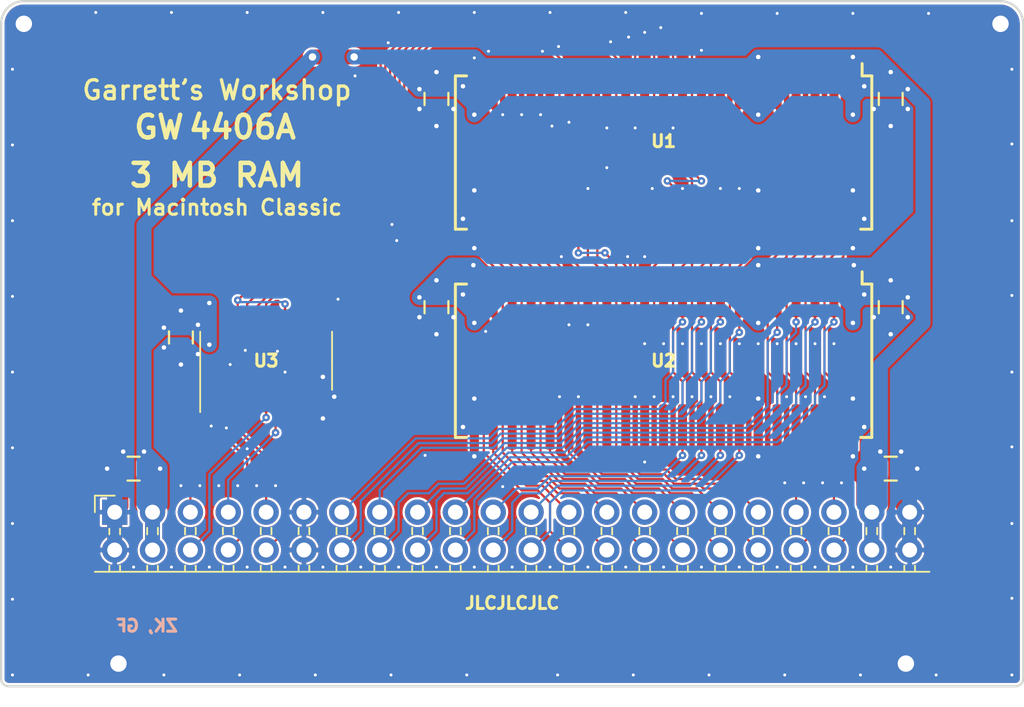
<source format=kicad_pcb>
(kicad_pcb (version 20211014) (generator pcbnew)
  (layers (0 "F.Cu" mixed) (31 "B.Cu" mixed) (34 "B.Paste" user) (35 "F.Paste" user) (36 "B.SilkS" user "B.Silkscreen") (37 "F.SilkS" user "F.Silkscreen") (38 "B.Mask" user) (39 "F.Mask" user) (44 "Edge.Cuts" user))
  (net 0 "")
  (net 1 "+5V")
  (net 2 "/~{WE}")
  (net 3 "GND")
  (net 4 "/A0")
  (net 5 "/A1")
  (net 6 "/A2")
  (net 7 "/A3")
  (net 8 "/A4")
  (net 9 "/A5")
  (net 10 "/A6")
  (net 11 "/A7")
  (net 12 "/A8")
  (net 13 "/A9")
  (net 14 "/~{RAS}")
  (net 15 "/DQ7")
  (net 16 "/DQ6")
  (net 17 "/DQ5")
  (net 18 "/DQ4")
  (net 19 "/DQ3")
  (net 20 "/DQ2")
  (net 21 "/DQ1")
  (net 22 "/DQ0")
  (net 23 "/U~{CAS}C")
  (net 24 "/L~{CAS}C")
  (net 25 "/L~{CAS}1")
  (net 26 "/U~{CAS}1")
  (net 27 "/U~{CAS}D")
  (net 28 "/L~{CAS}D")
  (net 29 "/DQ8")
  (net 30 "/DQ10")
  (net 31 "/DQ9")
  (net 32 "/DQ11")
  (net 33 "/DQ12")
  (net 34 "/DQ14")
  (net 35 "/DQ13")
  (net 36 "/DQ15")
  (net 37 "/~{OE}1")
  (net 38 "/~{OE}0")
  (net 39 "Net-(U1-Pad11)")
  (net 40 "Net-(U1-Pad12)")
  (net 41 "/U~{CAS}0")
  (net 42 "/L~{CAS}0")
  (net 43 "Net-(U1-Pad32)")
  (net 44 "Net-(U2-Pad32)")
  (net 45 "Net-(U2-Pad12)")
  (net 46 "Net-(U2-Pad11)")
  (net 47 "Net-(U1-Pad15)")
  (net 48 "Net-(U1-Pad16)")
  (net 49 "Net-(U2-Pad16)")
  (net 50 "Net-(U2-Pad15)")
  (footprint "stdpads:Fiducial" (layer "F.Cu") (at 90.424 90.424)
    (fp_text reference "FID4" hide)
    (fp_text value "Fiducial" hide)
  )
  (footprint "stdpads:C_0805" (layer "F.Cu") (at 115.57 109.435 -90)
    (fp_text reference "C4")
    (fp_text value "2u2")
  )
  (footprint "stdpads:C_0805" (layer "F.Cu") (at 95.25 120.269 180)
    (fp_text reference "C1")
    (fp_text value "2u2")
  )
  (footprint "stdpads:C_0805" (layer "F.Cu") (at 146.05 109.435 -90)
    (fp_text reference "C5")
    (fp_text value "2u2")
  )
  (footprint "stdpads:Fiducial" (layer "F.Cu") (at 150.876 90.424)
    (fp_text reference "FID3" hide)
    (fp_text value "Fiducial" hide)
  )
  (footprint "stdpads:PasteHole_1.1mm_PTH" (layer "F.Cu") (at 87.884 90.424)
    (fp_text reference "H4")
    (fp_text value " " hide)
  )
  (footprint "stdpads:PasteHole_1.1mm_PTH" (layer "F.Cu") (at 153.416 90.424)
    (fp_text reference "H3")
    (fp_text value " " hide)
  )
  (footprint "stdpads:PinSocket_2x22_P2.54mm_Horizontal" (layer "F.Cu") (at 93.98 123.19 90)
    (fp_text reference "J1" hide)
    (fp_text value "RAM Exp." hide)
  )
  (footprint "stdpads:PasteHole_1.1mm_PTH" (layer "F.Cu") (at 147.066 133.35 180)
    (fp_text reference "H2")
    (fp_text value " " hide)
  )
  (footprint "stdpads:Fiducial" (layer "F.Cu") (at 94.234 130.81 180)
    (fp_text reference "FID1" hide)
    (fp_text value "Fiducial" hide)
  )
  (footprint "stdpads:Fiducial" (layer "F.Cu") (at 147.066 130.81 180)
    (fp_text reference "FID2" hide)
    (fp_text value "Fiducial" hide)
  )
  (footprint "stdpads:SOJ-42_400mil" (layer "F.Cu") (at 130.81 99.06 -90)
    (fp_text reference "U1")
    (fp_text value "AS4C1M16F5")
  )
  (footprint "stdpads:SOIC-14_3.9mm" (layer "F.Cu") (at 104.14 113.03)
    (fp_text reference "U3")
    (fp_text value "74HCT08D")
  )
  (footprint "stdpads:SOJ-42_400mil" (layer "F.Cu") (at 130.81 113.03 -90)
    (fp_text reference "U2")
    (fp_text value "AS4C1M16F5")
  )
  (footprint "stdpads:C_0805" (layer "F.Cu") (at 146.05 120.269)
    (fp_text reference "C2")
    (fp_text value "2u2")
  )
  (footprint "stdpads:C_0805" (layer "F.Cu") (at 98.425 111.467 -90)
    (fp_text reference "C3")
    (fp_text value "2u2")
  )
  (footprint "stdpads:C_0805" (layer "F.Cu") (at 146.05 95.465 -90)
    (fp_text reference "C7")
    (fp_text value "2u2")
  )
  (footprint "stdpads:C_0805" (layer "F.Cu") (at 115.57 95.465 -90)
    (fp_text reference "C6")
    (fp_text value "2u2")
  )
  (footprint "stdpads:PasteHole_1.1mm_PTH" (layer "F.Cu") (at 94.234 133.35 180)
    (fp_text reference "H1")
    (fp_text value " " hide)
  )
  (gr_line (start 153.416 88.9) (end 87.884 88.9) (layer "Edge.Cuts") (width 0.15))
  (gr_line (start 154.94 118.5545) (end 154.94 90.424) (layer "Edge.Cuts") (width 0.15))
  (gr_arc (start 86.36 90.424) (mid 86.806369 89.346369) (end 87.884 88.9) (layer "Edge.Cuts") (width 0.15))
  (gr_arc (start 153.416 88.9) (mid 154.493631 89.346369) (end 154.94 90.424) (layer "Edge.Cuts") (width 0.15))
  (gr_arc (start 86.868 134.874) (mid 86.50879 134.72521) (end 86.36 134.366) (layer "Edge.Cuts") (width 0.15))
  (gr_line (start 154.94 134.366) (end 154.94 118.5545) (layer "Edge.Cuts") (width 0.15))
  (gr_line (start 86.36 90.424) (end 86.36 134.366) (layer "Edge.Cuts") (width 0.15))
  (gr_line (start 86.868 134.874) (end 154.432 134.874) (layer "Edge.Cuts") (width 0.15))
  (gr_arc (start 154.94 134.366) (mid 154.79121 134.72521) (end 154.432 134.874) (layer "Edge.Cuts") (width 0.15))
  (gr_text "ZK, GF" (at 96.139 130.81) (layer "B.SilkS") (effects (font (size 0.8128 0.8128) (thickness 0.2032)) (justify mirror)))
  (gr_text "Garrett’s Workshop" (at 100.838 94.869) (layer "F.SilkS") (effects (font (size 1.27 1.27) (thickness 0.225))))
  (gr_text "GW" (at 96.9602 97.358) (layer "F.SilkS") (effects (font (size 1.524 1.524) (thickness 0.3))))
  (gr_text "3 MB RAM" (at 100.838 100.584) (layer "F.SilkS") (effects (font (size 1.524 1.524) (thickness 0.3))))
  (gr_text "4406A" (at 102.5482 97.358) (layer "F.SilkS") (effects (font (size 1.524 1.524) (thickness 0.3))))
  (gr_text "for Macintosh Classic" (at 100.838 102.743) (layer "F.SilkS") (effects (font (size 1.016 1.016) (thickness 0.2))))
  (gr_text "JLCJLCJLC" (at 120.65 129.286) (layer "F.SilkS") (effects (font (size 0.8128 0.8128) (thickness 0.2032))))
  (segment (start 137.16 94.59) (end 137.16 96.52) (width 0.6) (layer "F.Cu") (net 1))
  (segment (start 137.16 108.56) (end 137.16 110.49) (width 0.6) (layer "F.Cu") (net 1))
  (segment (start 137.16 94.59) (end 137.16 92.6465) (width 0.6) (layer "F.Cu") (net 1))
  (segment (start 137.16 108.56) (end 137.16 106.6165) (width 0.6) (layer "F.Cu") (net 1))
  (segment (start 146.05 108.585) (end 146.05 107.6325) (width 0.6) (layer "F.Cu") (net 1))
  (segment (start 146.05 108.585) (end 144.272 108.585) (width 0.6) (layer "F.Cu") (net 1))
  (segment (start 146.05 108.585) (end 147.0025 108.585) (width 0.6) (layer "F.Cu") (net 1))
  (segment (start 147.0025 108.585) (end 147.193 108.7755) (width 0.6) (layer "F.Cu") (net 1))
  (segment (start 115.57 94.615) (end 117.348 94.615) (width 0.6) (layer "F.Cu") (net 1))
  (segment (start 115.57 94.615) (end 115.57 93.6625) (width 0.6) (layer "F.Cu") (net 1))
  (segment (start 114.6175 94.615) (end 114.427 94.8055) (width 0.6) (layer "F.Cu") (net 1))
  (segment (start 115.57 94.615) (end 114.6175 94.615) (width 0.6) (layer "F.Cu") (net 1))
  (segment (start 96.1 120.269) (end 97.028 120.269) (width 0.6) (layer "F.Cu") (net 1))
  (segment (start 96.1 120.269) (end 96.1 119.2775) (width 0.6) (layer "F.Cu") (net 1))
  (segment (start 96.1 119.2775) (end 95.9485 119.126) (width 0.6) (layer "F.Cu") (net 1))
  (segment (start 100.33 110.555) (end 100.33 111.9505) (width 0.6) (layer "F.Cu") (net 1))
  (segment (start 97.4725 110.617) (end 97.282 110.8075) (width 0.6) (layer "F.Cu") (net 1))
  (segment (start 100.33 110.555) (end 100.268 110.617) (width 0.6) (layer "F.Cu") (net 1))
  (segment (start 100.268 110.617) (end 99.568 110.617) (width 0.6) (layer "F.Cu") (net 1))
  (segment (start 98.425 110.617) (end 98.425 109.6645) (width 0.6) (layer "F.Cu") (net 1))
  (segment (start 100.33 110.555) (end 100.33 109.1565) (width 0.6) (layer "F.Cu") (net 1))
  (segment (start 98.425 110.617) (end 97.4725 110.617) (width 0.6) (layer "F.Cu") (net 1))
  (segment (start 98.425 110.617) (end 99.568 110.617) (width 0.6) (layer "F.Cu") (net 1))
  (segment (start 145.2 122.77) (end 144.78 123.19) (width 1) (layer "F.Cu") (net 1))
  (segment (start 143.51 108.56) (end 143.51 106.68) (width 0.6) (layer "F.Cu") (net 1))
  (segment (start 143.51 94.59) (end 143.51 92.6465) (width 0.6) (layer "F.Cu") (net 1))
  (segment (start 118.11 94.59) (end 118.11 96.52) (width 0.6) (layer "F.Cu") (net 1))
  (segment (start 118.11 108.56) (end 118.11 106.68) (width 0.6) (layer "F.Cu") (net 1))
  (segment (start 143.535 108.585) (end 144.272 108.585) (width 0.6) (layer "F.Cu") (net 1))
  (segment (start 118.085 94.615) (end 117.348 94.615) (width 0.6) (layer "F.Cu") (net 1))
  (segment (start 147.0025 94.615) (end 147.193 94.8055) (width 0.6) (layer "F.Cu") (net 1))
  (segment (start 143.51 108.56) (end 143.535 108.585) (width 0.6) (layer "F.Cu") (net 1))
  (segment (start 96.1 120.269) (end 96.1 122.77) (width 1) (layer "F.Cu") (net 1))
  (segment (start 145.2 120.269) (end 145.2 119.2775) (width 0.6) (layer "F.Cu") (net 1))
  (segment (start 115.57 108.585) (end 115.57 107.6325) (width 0.6) (layer "F.Cu") (net 1))
  (segment (start 110.0455 92.6465) (end 107.2515 92.6465) (width 1) (layer "F.Cu") (net 1))
  (segment (start 146.05 94.615) (end 146.05 93.6625) (width 0.6) (layer "F.Cu") (net 1))
  (segment (start 96.52 123.19) (end 96.52 125.73) (width 1) (layer "F.Cu") (net 1))
  (segment (start 145.2 120.269) (end 145.2 122.77) (width 1) (layer "F.Cu") (net 1))
  (segment (start 114.6175 108.585) (end 114.427 108.7755) (width 0.6) (layer "F.Cu") (net 1))
  (segment (start 118.085 108.585) (end 117.348 108.585) (width 0.6) (layer "F.Cu") (net 1))
  (segment (start 143.51 94.59) (end 143.535 94.615) (width 0.6) (layer "F.Cu") (net 1))
  (segment (start 118.11 108.56) (end 118.085 108.585) (width 0.6) (layer "F.Cu") (net 1))
  (segment (start 118.11 108.56) (end 118.11 110.49) (width 0.6) (layer "F.Cu") (net 1))
  (segment (start 143.51 108.56) (end 143.51 110.49) (width 0.6) (layer "F.Cu") (net 1))
  (segment (start 143.51 94.59) (end 143.51 96.52) (width 0.6) (layer "F.Cu") (net 1))
  (segment (start 118.11 94.59) (end 118.11 92.71) (width 0.5) (layer "F.Cu") (net 1))
  (segment (start 118.11 106.68) (end 118.0465 106.6165) (width 0.6) (layer "F.Cu") (net 1))
  (segment (start 146.05 94.615) (end 147.0025 94.615) (width 0.6) (layer "F.Cu") (net 1))
  (segment (start 146.05 94.615) (end 144.272 94.615) (width 0.6) (layer "F.Cu") (net 1))
  (segment (start 145.2 120.269) (end 144.272 120.269) (width 0.6) (layer "F.Cu") (net 1))
  (segment (start 143.535 94.615) (end 144.272 94.615) (width 0.6) (layer "F.Cu") (net 1))
  (segment (start 115.57 108.585) (end 117.348 108.585) (width 0.6) (layer "F.Cu") (net 1))
  (segment (start 118.11 94.59) (end 118.085 94.615) (width 0.6) (layer "F.Cu") (net 1))
  (segment (start 145.2 119.2775) (end 145.3515 119.126) (width 0.6) (layer "F.Cu") (net 1))
  (segment (start 115.57 108.585) (end 114.6175 108.585) (width 0.6) (layer "F.Cu") (net 1))
  (segment (start 96.1 122.77) (end 96.52 123.19) (width 1) (layer "F.Cu") (net 1))
  (segment (start 144.78 123.19) (end 144.78 125.73) (width 1) (layer "F.Cu") (net 1))
  (segment (start 143.51 106.68) (end 143.5735 106.6165) (width 0.6) (layer "F.Cu") (net 1))
  (via (at 137.16 96.52) (size 0.6) (drill 0.3) (layers "F.Cu" "B.Cu") (net 1))
  (via (at 137.16 110.49) (size 0.6) (drill 0.3) (layers "F.Cu" "B.Cu") (net 1))
  (via (at 137.16 92.6465) (size 0.6) (drill 0.3) (layers "F.Cu" "B.Cu") (net 1))
  (via (at 137.16 106.6165) (size 0.6) (drill 0.3) (layers "F.Cu" "B.Cu") (net 1))
  (via (at 146.05 107.6325) (size 0.6) (drill 0.3) (layers "F.Cu" "B.Cu") (net 1))
  (via (at 147.193 108.7755) (size 0.6) (drill 0.3) (layers "F.Cu" "B.Cu") (net 1))
  (via (at 114.427 94.8055) (size 0.6) (drill 0.3) (layers "F.Cu" "B.Cu") (net 1))
  (via (at 115.57 93.6625) (size 0.6) (drill 0.3) (layers "F.Cu" "B.Cu") (net 1))
  (via (at 97.028 120.269) (size 0.6) (drill 0.3) (layers "F.Cu" "B.Cu") (net 1))
  (via (at 95.9485 119.126) (size 0.6) (drill 0.3) (layers "F.Cu" "B.Cu") (net 1))
  (via (at 100.33 111.9505) (size 0.6) (drill 0.3) (layers "F.Cu" "B.Cu") (net 1))
  (via (at 98.425 109.6645) (size 0.6) (drill 0.3) (layers "F.Cu" "B.Cu") (net 1))
  (via (at 100.33 109.1565) (size 0.6) (drill 0.3) (layers "F.Cu" "B.Cu") (net 1))
  (via (at 99.568 110.617) (size 0.6) (drill 0.3) (layers "F.Cu" "B.Cu") (net 1))
  (via (at 97.282 110.8075) (size 0.6) (drill 0.3) (layers "F.Cu" "B.Cu") (net 1))
  (via (at 107.2515 92.6465) (size 1) (drill 0.5) (layers "F.Cu" "B.Cu") (net 1))
  (via (at 115.57 107.6325) (size 0.6) (drill 0.3) (layers "F.Cu" "B.Cu") (net 1))
  (via (at 143.5735 106.6165) (size 0.6) (drill 0.3) (layers "F.Cu" "B.Cu") (net 1))
  (via (at 144.272 120.269) (size 0.6) (drill 0.3) (layers "F.Cu" "B.Cu") (net 1))
  (via (at 144.272 108.585) (size 0.6) (drill 0.3) (layers "F.Cu" "B.Cu") (net 1))
  (via (at 143.51 92.6465) (size 0.6) (drill 0.3) (layers "F.Cu" "B.Cu") (net 1))
  (via (at 145.3515 119.126) (size 0.6) (drill 0.3) (layers "F.Cu" "B.Cu") (net 1))
  (via (at 144.272 94.615) (size 0.6) (drill 0.3) (layers "F.Cu" "B.Cu") (net 1))
  (via (at 118.11 92.71) (size 0.5) (drill 0.2) (layers "F.Cu" "B.Cu") (net 1))
  (via (at 143.51 110.49) (size 0.6) (drill 0.3) (layers "F.Cu" "B.Cu") (net 1))
  (via (at 143.51 96.52) (size 0.6) (drill 0.3) (layers "F.Cu" "B.Cu") (net 1))
  (via (at 117.348 108.585) (size 0.6) (drill 0.3) (layers "F.Cu" "B.Cu") (net 1))
  (via (at 118.11 110.49) (size 0.6) (drill 0.3) (layers "F.Cu" "B.Cu") (net 1))
  (via (at 117.348 94.615) (size 0.6) (drill 0.3) (layers "F.Cu" "B.Cu") (net 1))
  (via (at 110.0455 92.6465) (size 1) (drill 0.5) (layers "F.Cu" "B.Cu") (net 1))
  (via (at 147.193 94.8055) (size 0.6) (drill 0.3) (layers "F.Cu" "B.Cu") (net 1))
  (via (at 118.0465 106.6165) (size 0.6) (drill 0.3) (layers "F.Cu" "B.Cu") (net 1))
  (via (at 146.05 93.6625) (size 0.6) (drill 0.3) (layers "F.Cu" "B.Cu") (net 1))
  (via (at 118.11 96.52) (size 0.6) (drill 0.3) (layers "F.Cu" "B.Cu") (net 1))
  (via (at 114.427 108.7755) (size 0.6) (drill 0.3) (layers "F.Cu" "B.Cu") (net 1))
  (segment (start 137.16 92.6465) (end 143.51 92.6465) (width 1) (layer "B.Cu") (net 1))
  (segment (start 117.0305 94.8055) (end 118.11 95.885) (width 1) (layer "B.Cu") (net 1))
  (segment (start 137.82675 93.31325) (end 137.16 92.6465) (width 1) (layer "B.Cu") (net 1))
  (segment (start 137.8585 95.8215) (end 137.16 96.52) (width 1) (layer "B.Cu") (net 1))
  (segment (start 137.8585 93.345) (end 137.82675 93.31325) (width 1) (layer "B.Cu") (net 1))
  (segment (start 137.8585 95.8215) (end 137.8585 93.345) (width 1) (layer "B.Cu") (net 1))
  (segment (start 139.065 94.615) (end 137.8585 95.8215) (width 1) (layer "B.Cu") (net 1))
  (segment (start 139.1285 94.615) (end 137.82675 93.31325) (width 1) (layer "B.Cu") (net 1))
  (segment (start 135.255 94.615) (end 139.065 94.615) (width 1) (layer "B.Cu") (net 1))
  (segment (start 118.11 95.885) (end 118.11 96.52) (width 1) (layer "B.Cu") (net 1))
  (segment (start 118.11 92.6465) (end 116.586 92.6465) (width 1) (layer "B.Cu") (net 1))
  (segment (start 118.11 93.853) (end 118.11 92.6465) (width 1) (layer "B.Cu") (net 1))
  (segment (start 116.586 92.6465) (end 114.427 94.8055) (width 1) (layer "B.Cu") (net 1))
  (segment (start 118.11 92.6465) (end 118.71325 93.24975) (width 1) (layer "B.Cu") (net 1))
  (segment (start 118.11 92.6465) (end 118.11 96.52) (width 1) (layer "B.Cu") (net 1))
  (segment (start 118.11 92.6465) (end 115.951 94.8055) (width 1) (layer "B.Cu") (net 1))
  (segment (start 115.951 94.8055) (end 114.9985 94.8055) (width 1) (layer "B.Cu") (net 1))
  (segment (start 117.1575 92.6465) (end 114.9985 94.8055) (width 1) (layer "B.Cu") (net 1))
  (segment (start 147.066 94.8055) (end 144.907 92.6465) (width 1) (layer "B.Cu") (net 1))
  (segment (start 117.348 94.615) (end 118.11 93.853) (width 1) (layer "B.Cu") (net 1))
  (segment (start 143.51 92.6465) (end 145.034 92.6465) (width 1) (layer "B.Cu") (net 1))
  (segment (start 118.11 95.377) (end 118.11 96.52) (width 1) (layer "B.Cu") (net 1))
  (segment (start 148.209 95.758) (end 147.2565 94.8055) (width 1) (layer "B.Cu") (net 1))
  (segment (start 144.272 94.615) (end 139.1285 94.615) (width 1) (layer "B.Cu") (net 1))
  (segment (start 144.272 94.615) (end 139.065 94.615) (width 1) (layer "B.Cu") (net 1))
  (segment (start 137.16 96.52) (end 137.16 92.6465) (width 1) (layer "B.Cu") (net 1))
  (segment (start 147.193 94.8055) (end 147.066 94.8055) (width 1) (layer "B.Cu") (net 1))
  (segment (start 147.2565 94.8055) (end 147.193 94.8055) (width 1) (layer "B.Cu") (net 1))
  (segment (start 145.034 92.6465) (end 147.193 94.8055) (width 1) (layer "B.Cu") (net 1))
  (segment (start 117.348 94.615) (end 118.11 95.377) (width 1) (layer "B.Cu") (net 1))
  (segment (start 117.348 94.615) (end 135.1915 94.615) (width 1) (layer "B.Cu") (net 1))
  (segment (start 117.348 94.615) (end 135.255 94.615) (width 1) (layer "B.Cu") (net 1))
  (segment (start 144.907 92.6465) (end 145.0975 92.6465) (width 1) (layer "B.Cu") (net 1))
  (segment (start 145.0975 92.6465) (end 148.209 95.758) (width 1) (layer "B.Cu") (net 1))
  (segment (start 118.11 92.6465) (end 118.6815 93.218) (width 1) (layer "B.Cu") (net 1))
  (segment (start 118.11 92.6465) (end 117.1575 92.6465) (width 1) (layer "B.Cu") (net 1))
  (segment (start 136.398 95.758) (end 137.16 96.52) (width 1) (layer "B.Cu") (net 1))
  (segment (start 136.398 93.4085) (end 136.55675 93.24975) (width 1) (layer "B.Cu") (net 1))
  (segment (start 136.398 95.758) (end 136.398 93.4085) (width 1) (layer "B.Cu") (net 1))
  (segment (start 135.1915 94.615) (end 136.55675 93.24975) (width 1) (layer "B.Cu") (net 1))
  (segment (start 135.255 94.615) (end 136.398 95.758) (width 1) (layer "B.Cu") (net 1))
  (segment (start 136.55675 93.24975) (end 137.16 92.6465) (width 1) (layer "B.Cu") (net 1))
  (segment (start 139.065 94.615) (end 142.748 94.615) (width 1) (layer "B.Cu") (net 1))
  (segment (start 143.51 92.6465) (end 143.51 93.853) (width 1) (layer "B.Cu") (net 1))
  (segment (start 143.51 93.853) (end 144.272 94.615) (width 1) (layer "B.Cu") (net 1))
  (segment (start 143.51 92.6465) (end 145.669 94.8055) (width 1) (layer "B.Cu") (net 1))
  (segment (start 145.669 94.8055) (end 147.193 94.8055) (width 1) (layer "B.Cu") (net 1))
  (segment (start 143.51 95.377) (end 144.272 94.615) (width 1) (layer "B.Cu") (net 1))
  (segment (start 143.51 96.52) (end 143.51 95.377) (width 1) (layer "B.Cu") (net 1))
  (segment (start 136.5885 93.218) (end 137.16 92.6465) (width 1) (layer "B.Cu") (net 1))
  (segment (start 118.6815 93.218) (end 136.5885 93.218) (width 1) (layer "B.Cu") (net 1))
  (segment (start 142.5321 93.6244) (end 143.51 92.6465) (width 1) (layer "B.Cu") (net 1))
  (segment (start 138.1379 93.6244) (end 142.5321 93.6244) (width 1) (layer "B.Cu") (net 1))
  (segment (start 114.427 94.8055) (end 114.9985 94.8055) (width 1) (layer "B.Cu") (net 1))
  (segment (start 135.1915 94.615) (end 120.015 94.615) (width 1) (layer "B.Cu") (net 1))
  (segment (start 120.0785 94.615) (end 135.1915 94.615) (width 1) (layer "B.Cu") (net 1))
  (segment (start 114.427 94.8055) (end 117.0305 94.8055) (width 1) (layer "B.Cu") (net 1))
  (segment (start 120.015 94.615) (end 118.745 95.885) (width 1) (layer "B.Cu") (net 1))
  (segment (start 137.16 92.6465) (end 138.1379 93.6244) (width 1) (layer "B.Cu") (net 1))
  (segment (start 118.745 93.2815) (end 118.71325 93.24975) (width 1) (layer "B.Cu") (net 1))
  (segment (start 118.11 93.853) (end 135.9535 93.853) (width 1) (layer "B.Cu") (net 1))
  (segment (start 135.9535 93.853) (end 137.16 92.6465) (width 1) (layer "B.Cu") (net 1))
  (segment (start 118.745 95.885) (end 118.11 96.52) (width 1) (layer "B.Cu") (net 1))
  (segment (start 142.748 94.615) (end 143.51 95.377) (width 1) (layer "B.Cu") (net 1))
  (segment (start 118.71325 93.24975) (end 120.0785 94.615) (width 1) (layer "B.Cu") (net 1))
  (segment (start 118.745 95.885) (end 118.745 93.2815) (width 1) (layer "B.Cu") (net 1))
  (segment (start 147.193 94.8055) (end 144.0815 94.8055) (width 1) (layer "B.Cu") (net 1))
  (segment (start 144.0815 94.8055) (end 143.51 95.377) (width 1) (layer "B.Cu") (net 1))
  (segment (start 144.4625 94.8055) (end 144.272 94.615) (width 1) (layer "B.Cu") (net 1))
  (segment (start 147.193 94.8055) (end 144.4625 94.8055) (width 1) (layer "B.Cu") (net 1))
  (segment (start 142.748 94.615) (end 143.51 93.853) (width 1) (layer "B.Cu") (net 1))
  (segment (start 144.272 94.615) (end 147.066 94.615) (width 1) (layer "B.Cu") (net 1))
  (segment (start 147.066 94.615) (end 148.209 95.758) (width 1) (layer "B.Cu") (net 1))
  (segment (start 143.51 107.823) (end 144.272 108.585) (width 1) (layer "B.Cu") (net 1))
  (segment (start 112.3315 92.71) (end 118.11 92.71) (width 1) (layer "B.Cu") (net 1))
  (segment (start 142.5321 107.5944) (end 143.51 106.6165) (width 1) (layer "B.Cu") (net 1))
  (segment (start 147.193 108.7755) (end 144.4625 108.7755) (width 1) (layer "B.Cu") (net 1))
  (segment (start 100.33 111.9505) (end 100.33 109.1565) (width 1) (layer "B.Cu") (net 1))
  (segment (start 115.951 108.7755) (end 114.9985 108.7755) (width 1) (layer "B.Cu") (net 1))
  (segment (start 95.9485 112.141) (end 95.9485 110.8075) (width 1) (layer "B.Cu") (net 1))
  (segment (start 97.282 110.8075) (end 99.259502 110.8075) (width 1) (layer "B.Cu") (net 1))
  (segment (start 147.6375 106.6165) (end 148.209 107.188) (width 1) (layer "B.Cu") (net 1))
  (segment (start 142.748 108.585) (end 143.51 107.823) (width 1) (layer "B.Cu") (net 1))
  (segment (start 118.11 92.71) (end 118.0465 92.6465) (width 1) (layer "B.Cu") (net 1))
  (segment (start 147.066 108.7755) (end 144.907 106.6165) (width 1) (layer "B.Cu") (net 1))
  (segment (start 95.9485 112.0775) (end 95.9485 112.141) (width 1) (layer "B.Cu") (net 1))
  (segment (start 95.9485 109.474) (end 95.9485 109.347) (width 1) (layer "B.Cu") (net 1))
  (segment (start 139.065 108.585) (end 142.748 108.585) (width 1) (layer "B.Cu") (net 1))
  (segment (start 118.11 109.347) (end 118.11 110.49) (width 1) (layer "B.Cu") (net 1))
  (segment (start 112.268 92.6465) (end 112.3315 92.71) (width 1) (layer "B.Cu") (net 1))
  (segment (start 144.272 120.2055) (end 145.3515 119.126) (width 1) (layer "B.Cu") (net 1))
  (segment (start 137.16 106.6165) (end 143.51 106.6165) (width 1) (layer "B.Cu") (net 1))
  (segment (start 117.0305 108.7755) (end 118.11 109.855) (width 1) (layer "B.Cu") (net 1))
  (segment (start 145.034 106.6165) (end 147.193 108.7755) (width 1) (layer "B.Cu") (net 1))
  (segment (start 112.268 92.6465) (end 113.284 93.6625) (width 1) (layer "B.Cu") (net 1))
  (segment (start 117.1575 106.6165) (end 114.9985 108.7755) (width 1) (layer "B.Cu") (net 1))
  (segment (start 144.78 123.19) (end 144.78 119.6975) (width 1) (layer "B.Cu") (net 1))
  (segment (start 95.9485 103.9495) (end 107.188 92.71) (width 1) (layer "B.Cu") (net 1))
  (segment (start 147.5105 106.6165) (end 147.6375 106.6165) (width 1) (layer "B.Cu") (net 1))
  (segment (start 118.11 106.6165) (end 118.6815 107.188) (width 1) (layer "B.Cu") (net 1))
  (segment (start 147.193 108.7755) (end 147.066 108.7755) (width 1) (layer "B.Cu") (net 1))
  (segment (start 144.272 108.585) (end 147.066 108.585) (width 1) (layer "B.Cu") (net 1))
  (segment (start 135.255 108.585) (end 139.065 108.585) (width 1) (layer "B.Cu") (net 1))
  (segment (start 97.2185 110.8075) (end 95.9485 112.0775) (width 1) (layer "B.Cu") (net 1))
  (segment (start 100.33 109.1565) (end 98.933 109.1565) (width 1) (layer "B.Cu") (net 1))
  (segment (start 144.78 123.19) (end 144.272 122.682) (width 1) (layer "B.Cu") (net 1))
  (segment (start 146.2405 106.6165) (end 148.209 104.648) (width 1) (layer "B.Cu") (net 1))
  (segment (start 99.187 110.8075) (end 100.33 111.9505) (width 1) (layer "B.Cu") (net 1))
  (segment (start 117.348 108.585) (end 118.11 107.823) (width 1) (layer "B.Cu") (net 1))
  (segment (start 147.5105 106.6165) (end 148.209 105.918) (width 1) (layer "B.Cu") (net 1))
  (segment (start 148.209 107.188) (end 148.209 103.3145) (width 1) (layer "B.Cu") (net 1))
  (segment (start 96.52 119.6975) (end 95.9485 119.126) (width 1) (layer "B.Cu") (net 1))
  (segment (start 117.348 108.585) (end 135.1915 108.585) (width 1) (layer "B.Cu") (net 1))
  (segment (start 97.282 110.8075) (end 95.9485 109.474) (width 1) (layer "B.Cu") (net 1))
  (segment (start 118.6815 107.188) (end 136.5885 107.188) (width 1) (layer "B.Cu") (net 1))
  (segment (start 147.066 108.585) (end 148.209 109.728) (width 1) (layer "B.Cu") (net 1))
  (segment (start 100.33 109.1565) (end 98.679 110.8075) (width 1) (layer "B.Cu") (net 1))
  (segment (start 96.266 109.6645) (end 95.9485 109.347) (width 1) (layer "B.Cu") (net 1))
  (segment (start 145.3515 119.126) (end 145.3515 122.6185) (width 1) (layer "B.Cu") (net 1))
  (segment (start 118.745 109.855) (end 118.745 107.2515) (width 1) (layer "B.Cu") (net 1))
  (segment (start 135.9535 107.823) (end 137.16 106.6165) (width 1) (layer "B.Cu") (net 1))
  (segment (start 145.0975 106.6165) (end 148.209 109.728) (width 1) (layer "B.Cu") (net 1))
  (segment (start 145.3515 119.126) (end 145.3515 113.3475) (width 1) (layer "B.Cu") (net 1))
  (segment (start 135.255 108.585) (end 136.398 109.728) (width 1) (layer "B.Cu") (net 1))
  (segment (start 143.51 106.6165) (end 143.51 107.823) (width 1) (layer "B.Cu") (net 1))
  (segment (start 144.526 120.015) (end 144.526 118.618) (width 1) (layer "B.Cu") (net 1))
  (segment (start 98.8695 109.1565) (end 100.33 109.1565) (width 1) (layer "B.Cu") (net 1))
  (segment (start 144.78 123.19) (end 144.78 125.73) (width 1) (layer "B.Cu") (net 1))
  (segment (start 144.0815 108.7755) (end 143.51 109.347) (width 1) (layer "B.Cu") (net 1))
  (segment (start 139.1285 108.585) (end 137.82675 107.28325) (width 1) (layer "B.Cu") (net 1))
  (segment (start 118.11 109.855) (end 118.11 110.49) (width 1) (layer "B.Cu") (net 1))
  (segment (start 145.3515 113.3475) (end 148.209 110.49) (width 1) (layer "B.Cu") (net 1))
  (segment (start 117.348 108.585) (end 135.255 108.585) (width 1) (layer "B.Cu") (net 1))
  (segment (start 144.272 108.585) (end 139.1285 108.585) (width 1) (layer "B.Cu") (net 1))
  (segment (start 136.398 109.728) (end 136.398 107.3785) (width 1) (layer "B.Cu") (net 1))
  (segment (start 118.11 106.6165) (end 118.11 110.49) (width 1) (layer "B.Cu") (net 1))
  (segment (start 114.427 108.7755) (end 114.9985 108.7755) (width 1) (layer "B.Cu") (net 1))
  (segment (start 144.907 106.6165) (end 146.4945 106.6165) (width 1) (layer "B.Cu") (net 1))
  (segment (start 144.907 106.6165) (end 146.2405 106.6165) (width 1) (layer "B.Cu") (net 1))
  (segment (start 95.9485 110.8075) (end 97.282 110.8075) (width 1) (layer "B.Cu") (net 1))
  (segment (start 112.268 92.6465) (end 114.427 94.8055) (width 1) (layer "B.Cu") (net 1))
  (segment (start 100.33 109.1565) (end 96.139 109.1565) (width 1) (layer "B.Cu") (net 1))
  (segment (start 145.669 108.7755) (end 147.193 108.7755) (width 1) (layer "B.Cu") (net 1))
  (segment (start 97.028 120.2055) (end 97.028 120.269) (width 1) (layer "B.Cu") (net 1))
  (segment (start 118.745 109.855) (end 118.11 110.49) (width 1) (layer "B.Cu") (net 1))
  (segment (start 95.9485 110.8075) (end 95.9485 109.347) (width 1) (layer "B.Cu") (net 1))
  (segment (start 98.425 109.6645) (end 98.6155 109.6645) (width 1) (layer "B.Cu") (net 1))
  (segment (start 146.4945 106.6165) (end 148.209 108.331) (width 1) (layer "B.Cu") (net 1))
  (segment (start 136.55675 107.21975) (end 137.16 106.6165) (width 1) (layer "B.Cu") (net 1))
  (segment (start 142.748 108.585) (end 143.51 109.347) (width 1) (layer "B.Cu") (net 1))
  (segment (start 144.272 122.682) (end 144.272 120.269) (width 1) (layer "B.Cu") (net 1))
  (segment (start 144.907 106.6165) (end 148.209 103.3145) (width 1) (layer "B.Cu") (net 1))
  (segment (start 118.11 106.6165) (end 116.586 106.6165) (width 1) (layer "B.Cu") (net 1))
  (segment (start 98.933 109.1565) (end 97.282 110.8075) (width 1) (layer "B.Cu") (net 1))
  (segment (start 115.57 107.6325) (end 116.3955 107.6325) (width 1) (layer "B.Cu") (net 1))
  (segment (start 112.268 92.6465) (end 114.554 92.6465) (width 1) (layer "B.Cu") (net 1))
  (segment (start 144.272 120.269) (end 144.526 120.015) (width 1) (layer "B.Cu") (net 1))
  (segment (start 135.1915 108.585) (end 136.55675 107.21975) (width 1) (layer "B.Cu") (net 1))
  (segment (start 98.425 109.6645) (end 96.266 109.6645) (width 1) (layer "B.Cu") (net 1))
  (segment (start 146.2405 106.6165) (end 147.5105 106.6165) (width 1) (layer "B.Cu") (net 1))
  (segment (start 143.51 106.6165) (end 145.669 108.7755) (width 1) (layer "B.Cu") (net 1))
  (segment (start 148.209 110.49) (end 148.209 107.188) (width 1) (layer "B.Cu") (net 1))
  (segment (start 145.3515 122.6185) (end 144.78 123.19) (width 1) (layer "B.Cu") (net 1))
  (segment (start 136.398 109.728) (end 137.16 110.49) (width 1) (layer "B.Cu") (net 1))
  (segment (start 96.139 109.1565) (end 95.9485 109.347) (width 1) (layer "B.Cu") (net 1))
  (segment (start 136.5885 107.188) (end 137.16 106.6165) (width 1) (layer "B.Cu") (net 1))
  (segment (start 120.015 108.585) (end 118.745 109.855) (width 1) (layer "B.Cu") (net 1))
  (segment (start 96.52 123.19) (end 96.52 119.6975) (width 1) (layer "B.Cu") (net 1))
  (segment (start 144.907 106.6165) (end 145.0975 106.6165) (width 1) (layer "B.Cu") (net 1))
  (segment (start 144.4625 108.7755) (end 144.272 108.585) (width 1) (layer "B.Cu") (net 1))
  (segment (start 97.028 122.682) (end 96.52 123.19) (width 1) (layer "B.Cu") (net 1))
  (segment (start 95.9485 107.5055) (end 98.1075 109.6645) (width 1) (layer "B.Cu") (net 1))
  (segment (start 148.209 105.918) (end 148.209 104.648) (width 1) (layer "B.Cu") (net 1))
  (segment (start 112.268 92.6465) (end 110.0455 92.6465) (width 1) (layer "B.Cu") (net 1))
  (segment (start 95.9485 119.126) (end 95.9485 112.141) (width 1) (layer "B.Cu") (net 1))
  (segment (start 114.427 108.7755) (end 117.0305 108.7755) (width 1) (layer "B.Cu") (net 1))
  (segment (start 137.8585 109.7915) (end 137.16 110.49) (width 1) (layer "B.Cu") (net 1))
  (segment (start 118.11 106.6165) (end 115.951 108.7755) (width 1) (layer "B.Cu") (net 1))
  (segment (start 144.272 120.269) (end 144.272 120.2055) (width 1) (layer "B.Cu") (net 1))
  (segment (start 116.586 106.6165) (end 114.427 108.7755) (width 1) (layer "B.Cu") (net 1))
  (segment (start 118.11 106.6165) (end 117.1575 106.6165) (width 1) (layer "B.Cu") (net 1))
  (segment (start 143.51 110.49) (end 143.51 109.347) (width 1) (layer "B.Cu") (net 1))
  (segment (start 148.209 103.3145) (end 148.209 95.758) (width 1) (layer "B.Cu") (net 1))
  (segment (start 116.3955 107.6325) (end 117.348 108.585) (width 1) (layer "B.Cu") (net 1))
  (segment (start 95.9485 106.9975) (end 95.9485 107.5055) (width 1) (layer "B.Cu") (net 1))
  (segment (start 95.9485 109.347) (end 95.9485 106.9975) (width 1) (layer "B.Cu") (net 1))
  (segment (start 95.9485 119.126) (end 97.028 120.2055) (width 1) (layer "B.Cu") (net 1))
  (segment (start 143.51 106.6165) (end 145.034 106.6165) (width 1) (layer "B.Cu") (net 1))
  (segment (start 98.6155 109.6645) (end 99.568 110.617) (width 1) (layer "B.Cu") (net 1))
  (segment (start 144.526 118.618) (end 145.3515 117.7925) (width 1) (layer "B.Cu") (net 1))
  (segment (start 107.2515 92.6465) (end 107.188 92.71) (width 1) (layer "B.Cu") (net 1))
  (segment (start 97.028 120.269) (end 97.028 122.682) (width 1) (layer "B.Cu") (net 1))
  (segment (start 136.398 107.3785) (end 136.55675 107.21975) (width 1) (layer "B.Cu") (net 1))
  (segment (start 138.1379 107.5944) (end 142.5321 107.5944) (width 1) (layer "B.Cu") (net 1))
  (segment (start 139.065 108.585) (end 137.8585 109.7915) (width 1) (layer "B.Cu") (net 1))
  (segment (start 143.51 109.347) (end 144.272 108.585) (width 1) (layer "B.Cu") (net 1))
  (segment (start 144.78 119.6975) (end 145.3515 119.126) (width 1) (layer "B.Cu") (net 1))
  (segment (start 96.52 123.19) (end 96.52 125.73) (width 1) (layer "B.Cu") (net 1))
  (segment (start 113.284 93.6625) (end 115.57 93.6625) (width 1) (layer "B.Cu") (net 1))
  (segment (start 147.2565 108.7755) (end 147.193 108.7755) (width 1) (layer "B.Cu") (net 1))
  (segment (start 118.71325 107.21975) (end 120.0785 108.585) (width 1) (layer "B.Cu") (net 1))
  (segment (start 147.193 108.7755) (end 144.0815 108.7755) (width 1) (layer "B.Cu") (net 1))
  (segment (start 118.745 107.2515) (end 118.71325 107.21975) (width 1) (layer "B.Cu") (net 1))
  (segment (start 145.3515 117.7925) (end 145.3515 113.3475) (width 1) (layer "B.Cu") (net 1))
  (segment (start 137.82675 107.28325) (end 137.16 106.6165) (width 1) (layer "B.Cu") (net 1))
  (segment (start 95.9485 119.126) (end 95.9485 122.6185) (width 1) (layer "B.Cu") (net 1))
  (segment (start 95.9485 106.9975) (end 95.9485 103.9495) (width 1) (layer "B.Cu") (net 1))
  (segment (start 137.16 110.49) (end 137.16 106.6165) (width 1) (layer "B.Cu") (net 1))
  (segment (start 135.1915 108.585) (end 120.015 108.585) (width 1) (layer "B.Cu") (net 1))
  (segment (start 118.11 107.823) (end 118.11 106.6165) (width 1) (layer "B.Cu") (net 1))
  (segment (start 95.9485 122.6185) (end 96.52 123.19) (width 1) (layer "B.Cu") (net 1))
  (segment (start 148.209 109.728) (end 147.2565 108.7755) (width 1) (layer "B.Cu") (net 1))
  (segment (start 137.8585 109.7915) (end 137.8585 107.315) (width 1) (layer "B.Cu") (net 1))
  (segment (start 144.272 108.585) (end 139.065 108.585) (width 1) (layer "B.Cu") (net 1))
  (segment (start 116.586 92.6465) (end 112.268 92.6465) (width 1) (layer "B.Cu") (net 1))
  (segment (start 98.679 110.8075) (end 97.282 110.8075) (width 1) (layer "B.Cu") (net 1))
  (segment (start 148.209 104.648) (end 148.209 103.3145) (width 1) (layer "B.Cu") (net 1))
  (segment (start 97.282 110.8075) (end 99.187 110.8075) (width 1) (layer "B.Cu") (net 1))
  (segment (start 118.11 107.823) (end 135.9535 107.823) (width 1) (layer "B.Cu") (net 1))
  (segment (start 118.11 106.6165) (end 118.71325 107.21975) (width 1) (layer "B.Cu") (net 1))
  (segment (start 95.9485 112.0775) (end 98.8695 109.1565) (width 1) (layer "B.Cu") (net 1))
  (segment (start 137.8585 107.315) (end 137.82675 107.28325) (width 1) (layer "B.Cu") (net 1))
  (segment (start 98.1075 109.6645) (end 98.425 109.6645) (width 1) (layer "B.Cu") (net 1))
  (segment (start 117.348 108.585) (end 118.11 109.347) (width 1) (layer "B.Cu") (net 1))
  (segment (start 114.554 92.6465) (end 115.57 93.6625) (width 1) (layer "B.Cu") (net 1))
  (segment (start 148.209 108.331) (end 148.209 110.49) (width 1) (layer "B.Cu") (net 1))
  (segment (start 137.16 106.6165) (end 138.1379 107.5944) (width 1) (layer "B.Cu") (net 1))
  (segment (start 97.282 110.8075) (end 97.2185 110.8075) (width 1) (layer "B.Cu") (net 1))
  (segment (start 120.0785 108.585) (end 135.1915 108.585) (width 1) (layer "B.Cu") (net 1))
  (segment (start 127.635 119.38) (end 127.635 114.427) (width 0.15) (layer "F.Cu") (net 2))
  (segment (start 131.6355 120.9675) (end 131.0005 120.3325) (width 0.15) (layer "F.Cu") (net 2))
  (segment (start 128.27 108.56) (end 128.27 106.68) (width 0.15) (layer "F.Cu") (net 2))
  (segment (start 128.27 113.792) (end 127.635 114.427) (width 0.15) (layer "F.Cu") (net 2))
  (segment (start 133.604 121.285) (end 133.2865 120.9675) (width 0.15) (layer "F.Cu") (net 2))
  (segment (start 128.27 100.33) (end 128.27 94.59) (width 0.15) (layer "F.Cu") (net 2))
  (segment (start 128.27 106.68) (end 127.635 106.045) (width 0.15) (layer "F.Cu") (net 2))
  (segment (start 137.16 123.19) (end 135.255 121.285) (width 0.15) (layer "F.Cu") (net 2))
  (segment (start 127.9525 119.6975) (end 127.635 119.38) (width 0.15) (layer "F.Cu") (net 2))
  (segment (start 133.2865 120.9675) (end 131.6355 120.9675) (width 0.15) (layer "F.Cu") (net 2))
  (segment (start 127.635 100.965) (end 128.27 100.33) (width 0.15) (layer "F.Cu") (net 2))
  (segment (start 131.0005 120.3325) (end 129.3495 120.3325) (width 0.15) (layer "F.Cu") (net 2))
  (segment (start 135.255 121.285) (end 133.604 121.285) (width 0.15) (layer "F.Cu") (net 2))
  (segment (start 127.635 106.045) (end 127.635 100.965) (width 0.15) (layer "F.Cu") (net 2))
  (segment (start 129.3495 120.3325) (end 128.7145 119.6975) (width 0.15) (layer "F.Cu") (net 2))
  (segment (start 128.27 108.56) (end 128.27 113.792) (width 0.15) (layer "F.Cu") (net 2))
  (segment (start 128.7145 119.6975) (end 127.9525 119.6975) (width 0.15) (layer "F.Cu") (net 2))
  (segment (start 137.16 103.53) (end 137.16 101.6) (width 0.6) (layer "F.Cu") (net 3))
  (segment (start 137.16 117.5) (end 137.16 119.4435) (width 0.6) (layer "F.Cu") (net 3))
  (segment (start 137.16 103.53) (end 137.16 105.4735) (width 0.6) (layer "F.Cu") (net 3))
  (segment (start 137.16 117.5) (end 137.16 115.57) (width 0.6) (layer "F.Cu") (net 3))
  (segment (start 147.017 110.285) (end 147.193 110.109) (width 0.6) (layer "F.Cu") (net 3))
  (segment (start 146.05 110.285) (end 147.017 110.285) (width 0.6) (layer "F.Cu") (net 3))
  (segment (start 145.083 110.285) (end 144.907 110.109) (width 0.6) (layer "F.Cu") (net 3))
  (segment (start 146.05 110.285) (end 145.083 110.285) (width 0.6) (layer "F.Cu") (net 3))
  (segment (start 114.603 96.315) (end 114.427 96.139) (width 0.6) (layer "F.Cu") (net 3))
  (segment (start 115.57 96.315) (end 114.603 96.315) (width 0.6) (layer "F.Cu") (net 3))
  (segment (start 115.57 96.315) (end 115.57 97.282) (width 0.6) (layer "F.Cu") (net 3))
  (segment (start 116.537 96.315) (end 116.713 96.139) (width 0.6) (layer "F.Cu") (net 3))
  (segment (start 115.57 96.315) (end 116.537 96.315) (width 0.6) (layer "F.Cu") (net 3))
  (segment (start 94.4 119.2775) (end 94.5515 119.126) (width 0.6) (layer "F.Cu") (net 3))
  (segment (start 94.4 120.269) (end 94.4 119.2775) (width 0.6) (layer "F.Cu") (net 3))
  (segment (start 94.4 120.269) (end 93.472 120.269) (width 0.6) (layer "F.Cu") (net 3))
  (segment (start 107.95 115.505) (end 107.95 114.1095) (width 0.6) (layer "F.Cu") (net 3))
  (segment (start 98.425 112.317) (end 98.425 113.284) (width 0.6) (layer "F.Cu") (net 3))
  (segment (start 98.425 112.317) (end 97.458 112.317) (width 0.6) (layer "F.Cu") (net 3))
  (segment (start 108.012 115.443) (end 108.712 115.443) (width 0.6) (layer "F.Cu") (net 3))
  (segment (start 97.458 112.317) (end 97.282 112.141) (width 0.6) (layer "F.Cu") (net 3))
  (segment (start 107.95 115.505) (end 108.012 115.443) (width 0.6) (layer "F.Cu") (net 3))
  (segment (start 107.95 115.505) (end 107.95 116.9035) (width 0.6) (layer "F.Cu") (net 3))
  (segment (start 147.017 96.315) (end 147.193 96.139) (width 0.6) (layer "F.Cu") (net 3))
  (segment (start 99.568 112.5855) (end 99.568 112.522) (width 0.6) (layer "F.Cu") (net 3))
  (segment (start 99.363 112.317) (end 99.568 112.522) (width 0.6) (layer "F.Cu") (net 3))
  (segment (start 118.11 117.5) (end 118.11 115.57) (width 0.6) (layer "F.Cu") (net 3))
  (segment (start 146.9 120.269) (end 146.9 122.77) (width 1) (layer "F.Cu") (net 3))
  (segment (start 94.4 120.269) (end 94.4 122.77) (width 1) (layer "F.Cu") (net 3))
  (segment (start 98.425 112.317) (end 99.363 112.317) (width 0.6) (layer "F.Cu") (net 3))
  (segment (start 146.05 96.315) (end 145.083 96.315) (width 0.6) (layer "F.Cu") (net 3))
  (segment (start 143.51 117.5) (end 143.535 117.475) (width 0.6) (layer "F.Cu") (net 3))
  (segment (start 143.535 117.475) (end 144.272 117.475) (width 0.6) (layer "F.Cu") (net 3))
  (segment (start 118.11 117.5) (end 118.11 119.4435) (width 0.6) (layer "F.Cu") (net 3))
  (segment (start 118.085 117.475) (end 117.348 117.475) (width 0.6) (layer "F.Cu") (net 3))
  (segment (start 116.537 110.285) (end 116.713 110.109) (width 0.6) (layer "F.Cu") (net 3))
  (segment (start 146.05 110.285) (end 146.05 111.252) (width 0.6) (layer "F.Cu") (net 3))
  (segment (start 146.05 96.315) (end 146.05 97.282) (width 0.6) (layer "F.Cu") (net 3))
  (segment (start 115.57 110.285) (end 115.57 111.252) (width 0.6) (layer "F.Cu") (net 3))
  (segment (start 115.57 110.285) (end 114.603 110.285) (width 0.6) (layer "F.Cu") (net 3))
  (segment (start 118.085 103.505) (end 117.348 103.505) (width 0.6) (layer "F.Cu") (net 3))
  (segment (start 118.11 103.53) (end 118.11 105.4735) (width 0.6) (layer "F.Cu") (net 3))
  (segment (start 146.9 120.269) (end 146.9 119.2775) (width 0.6) (layer "F.Cu") (net 3))
  (segment (start 143.51 103.53) (end 143.51 105.4735) (width 0.6) (layer "F.Cu") (net 3))
  (segment (start 146.9 120.269) (end 147.828 120.269) (width 0.6) (layer "F.Cu") (net 3))
  (segment (start 115.57 110.285) (end 116.537 110.285) (width 0.6) (layer "F.Cu") (net 3))
  (segment (start 94.4 122.77) (end 93.98 123.19) (width 1) (layer "F.Cu") (net 3))
  (segment (start 118.11 103.53) (end 118.085 103.505) (width 0.6) (layer "F.Cu") (net 3))
  (segment (start 146.9 122.77) (end 147.32 123.19) (width 1) (layer "F.Cu") (net 3))
  (segment (start 143.535 103.505) (end 144.272 103.505) (width 0.6) (layer "F.Cu") (net 3))
  (segment (start 143.51 117.5) (end 143.51 115.57) (width 0.6) (layer "F.Cu") (net 3))
  (segment (start 146.9 119.2775) (end 146.7485 119.126) (width 0.6) (layer "F.Cu") (net 3))
  (segment (start 118.11 117.5) (end 118.085 117.475) (width 0.6) (layer "F.Cu") (net 3))
  (segment (start 118.11 103.53) (end 118.11 101.6) (width 0.6) (layer "F.Cu") (net 3))
  (segment (start 147.32 125.73) (end 147.32 123.19) (width 1) (layer "F.Cu") (net 3))
  (segment (start 143.51 103.53) (end 143.535 103.505) (width 0.6) (layer "F.Cu") (net 3))
  (segment (start 93.98 123.19) (end 93.98 125.73) (width 1) (layer "F.Cu") (net 3))
  (segment (start 143.51 117.5) (end 143.51 119.4435) (width 0.6) (layer "F.Cu") (net 3))
  (segment (start 145.083 96.315) (end 144.907 96.139) (width 0.6) (layer "F.Cu") (net 3))
  (segment (start 114.603 110.285) (end 114.427 110.109) (width 0.6) (layer "F.Cu") (net 3))
  (segment (start 146.05 96.315) (end 147.017 96.315) (width 0.6) (layer "F.Cu") (net 3))
  (segment (start 143.51 103.53) (end 143.51 101.6) (width 0.6) (layer "F.Cu") (net 3))
  (via (at 137.16 101.6) (size 0.6) (drill 0.3) (layers "F.Cu" "B.Cu") (net 3))
  (via (at 137.16 119.4435) (size 0.6) (drill 0.3) (layers "F.Cu" "B.Cu") (net 3))
  (via (at 137.16 115.57) (size 0.6) (drill 0.3) (layers "F.Cu" "B.Cu") (net 3))
  (via (at 147.193 110.109) (size 0.6) (drill 0.3) (layers "F.Cu" "B.Cu") (net 3))
  (via (at 144.907 110.109) (size 0.6) (drill 0.3) (layers "F.Cu" "B.Cu") (net 3))
  (via (at 114.427 96.139) (size 0.6) (drill 0.3) (layers "F.Cu" "B.Cu") (net 3))
  (via (at 115.57 97.282) (size 0.6) (drill 0.3) (layers "F.Cu" "B.Cu") (net 3))
  (via (at 116.713 96.139) (size 0.6) (drill 0.3) (layers "F.Cu" "B.Cu") (net 3))
  (via (at 94.5515 119.126) (size 0.6) (drill 0.3) (layers "F.Cu" "B.Cu") (net 3))
  (via (at 93.472 120.269) (size 0.6) (drill 0.3) (layers "F.Cu" "B.Cu") (net 3))
  (via (at 124.46 110.617) (size 0.5) (drill 0.2) (layers "F.Cu" "B.Cu") (net 3))
  (via (at 132.08 111.887) (size 0.5) (drill 0.2) (layers "F.Cu" "B.Cu") (net 3))
  (via (at 133.35 111.887) (size 0.5) (drill 0.2) (layers "F.Cu" "B.Cu") (net 3))
  (via (at 134.62 111.887) (size 0.5) (drill 0.2) (layers "F.Cu" "B.Cu") (net 3))
  (via (at 139.7 111.887) (size 0.5) (drill 0.2) (layers "F.Cu" "B.Cu") (net 3))
  (via (at 140.97 111.887) (size 0.5) (drill 0.2) (layers "F.Cu" "B.Cu") (net 3))
  (via (at 142.24 111.887) (size 0.5) (drill 0.2) (layers "F.Cu" "B.Cu") (net 3))
  (via (at 131.445 115.443) (size 0.5) (drill 0.2) (layers "F.Cu" "B.Cu") (net 3))
  (via (at 132.715 115.443) (size 0.5) (drill 0.2) (layers "F.Cu" "B.Cu") (net 3))
  (via (at 133.985 115.443) (size 0.5) (drill 0.2) (layers "F.Cu" "B.Cu") (net 3))
  (via (at 135.255 115.443) (size 0.5) (drill 0.2) (layers "F.Cu" "B.Cu") (net 3))
  (via (at 139.065 115.443) (size 0.5) (drill 0.2) (layers "F.Cu" "B.Cu") (net 3))
  (via (at 141.605 115.443) (size 0.5) (drill 0.2) (layers "F.Cu" "B.Cu") (net 3))
  (via (at 140.335 115.443) (size 0.5) (drill 0.2) (layers "F.Cu" "B.Cu") (net 3))
  (via (at 125.73 110.617) (size 0.5) (drill 0.2) (layers "F.Cu" "B.Cu") (net 3))
  (via (at 125.095 115.443) (size 0.5) (drill 0.2) (layers "F.Cu" "B.Cu") (net 3))
  (via (at 129.54 106.045) (size 0.5) (drill 0.2) (layers "F.Cu" "B.Cu") (net 3))
  (via (at 132.08 101.473) (size 0.5) (drill 0.2) (layers "F.Cu" "B.Cu") (net 3))
  (via (at 131.445 97.409) (size 0.5) (drill 0.2) (layers "F.Cu" "B.Cu") (net 3))
  (via (at 130.048 101.473) (size 0.5) (drill 0.2) (layers "F.Cu" "B.Cu") (net 3))
  (via (at 134.62 101.473) (size 0.5) (drill 0.2) (layers "F.Cu" "B.Cu") (net 3))
  (via (at 135.89 101.473) (size 0.5) (drill 0.2) (layers "F.Cu" "B.Cu") (net 3))
  (via (at 143.51 126.873) (size 0.5) (drill 0.2) (layers "F.Cu" "B.Cu") (net 3))
  (via (at 140.97 126.873) (size 0.5) (drill 0.2) (layers "F.Cu" "B.Cu") (net 3))
  (via (at 135.89 126.873) (size 0.5) (drill 0.2) (layers "F.Cu" "B.Cu") (net 3))
  (via (at 138.43 126.873) (size 0.5) (drill 0.2) (layers "F.Cu" "B.Cu") (net 3))
  (via (at 128.27 126.873) (size 0.5) (drill 0.2) (layers "F.Cu" "B.Cu") (net 3))
  (via (at 125.73 126.873) (size 0.5) (drill 0.2) (layers "F.Cu" "B.Cu") (net 3))
  (via (at 130.81 126.873) (size 0.5) (drill 0.2) (layers "F.Cu" "B.Cu") (net 3))
  (via (at 133.35 126.873) (size 0.5) (drill 0.2) (layers "F.Cu" "B.Cu") (net 3))
  (via (at 118.11 126.873) (size 0.5) (drill 0.2) (layers "F.Cu" "B.Cu") (net 3))
  (via (at 123.19 126.873) (size 0.5) (drill 0.2) (layers "F.Cu" "B.Cu") (net 3))
  (via (at 115.57 126.873) (size 0.5) (drill 0.2) (layers "F.Cu" "B.Cu") (net 3))
  (via (at 120.65 126.873) (size 0.5) (drill 0.2) (layers "F.Cu" "B.Cu") (net 3))
  (via (at 113.03 126.873) (size 0.5) (drill 0.2) (layers "F.Cu" "B.Cu") (net 3))
  (via (at 110.49 126.873) (size 0.5) (drill 0.2) (layers "F.Cu" "B.Cu") (net 3))
  (via (at 107.95 126.873) (size 0.5) (drill 0.2) (layers "F.Cu" "B.Cu") (net 3))
  (via (at 118.11 105.4735) (size 0.6) (drill 0.3) (layers "F.Cu" "B.Cu") (net 3))
  (via (at 137.16 105.4735) (size 0.6) (drill 0.3) (layers "F.Cu" "B.Cu") (net 3))
  (via (at 130.175 115.443) (size 0.5) (drill 0.2) (layers "F.Cu" "B.Cu") (net 3))
  (via (at 130.81 111.887) (size 0.5) (drill 0.2) (layers "F.Cu" "B.Cu") (net 3))
  (via (at 129.54 111.887) (size 0.5) (drill 0.2) (layers "F.Cu" "B.Cu") (net 3))
  (via (at 128.905 115.443) (size 0.5) (drill 0.2) (layers "F.Cu" "B.Cu") (net 3))
  (via (at 123.952 106.045) (size 0.5) (drill 0.2) (layers "F.Cu" "B.Cu") (net 3))
  (via (at 118.872 111.0615) (size 0.5) (drill 0.2) (layers "F.Cu" "B.Cu") (net 3))
  (via (at 123.825 115.443) (size 0.5) (drill 0.2) (layers "F.Cu" "B.Cu") (net 3))
  (via (at 124.46 97.028) (size 0.5) (drill 0.2) (layers "F.Cu" "B.Cu") (net 3))
  (via (at 120.015 96.52) (size 0.5) (drill 0.2) (layers "F.Cu" "B.Cu") (net 3))
  (via (at 121.285 96.52) (size 0.5) (drill 0.2) (layers "F.Cu" "B.Cu") (net 3))
  (via (at 122.555 96.52) (size 0.5) (drill 0.2) (layers "F.Cu" "B.Cu") (net 3))
  (via (at 123.317 97.282) (size 0.5) (drill 0.2) (layers "F.Cu" "B.Cu") (net 3))
  (via (at 127 97.409) (size 0.5) (drill 0.2) (layers "F.Cu" "B.Cu") (net 3))
  (via (at 127 100.076) (size 0.5) (drill 0.2) (layers "F.Cu" "B.Cu") (net 3))
  (via (at 128.905 97.409) (size 0.5) (drill 0.2) (layers "F.Cu" "B.Cu") (net 3))
  (via (at 127.254 91.6305) (size 0.5) (drill 0.2) (layers "F.Cu" "B.Cu") (net 3))
  (via (at 128.4605 91.313) (size 0.5) (drill 0.2) (layers "F.Cu" "B.Cu") (net 3))
  (via (at 129.54 90.9955) (size 0.5) (drill 0.2) (layers "F.Cu" "B.Cu") (net 3))
  (via (at 130.6195 90.678) (size 0.5) (drill 0.2) (layers "F.Cu" "B.Cu") (net 3))
  (via (at 133.35 92.202) (size 0.5) (drill 0.2) (layers "F.Cu" "B.Cu") (net 3))
  (via (at 123.7615 91.948) (size 0.5) (drill 0.2) (layers "F.Cu" "B.Cu") (net 3))
  (via (at 122.682 92.2655) (size 0.5) (drill 0.2) (layers "F.Cu" "B.Cu") (net 3))
  (via (at 125.73 101.473) (size 0.5) (drill 0.2) (layers "F.Cu" "B.Cu") (net 3))
  (via (at 135.89 111.887) (size 0.5) (drill 0.2) (layers "F.Cu" "B.Cu") (net 3))
  (via (at 137.16 111.887) (size 0.5) (drill 0.2) (layers "F.Cu" "B.Cu") (net 3))
  (via (at 138.43 111.887) (size 0.5) (drill 0.2) (layers "F.Cu" "B.Cu") (net 3))
  (via (at 112.3315 91.694) (size 0.5) (drill 0.2) (layers "F.Cu" "B.Cu") (net 3))
  (via (at 119.0625 92.2655) (size 0.5) (drill 0.2) (layers "F.Cu" "B.Cu") (net 3))
  (via (at 110.109 93.9165) (size 0.5) (drill 0.2) (layers "F.Cu" "B.Cu") (net 3))
  (via (at 140.208 121.2215) (size 0.5) (drill 0.2) (layers "F.Cu" "B.Cu") (net 3))
  (via (at 141.478 121.2215) (size 0.5) (drill 0.2) (layers "F.Cu" "B.Cu") (net 3))
  (via (at 142.748 121.2215) (size 0.5) (drill 0.2) (layers "F.Cu" "B.Cu") (net 3))
  (via (at 138.938 121.2215) (size 0.5) (drill 0.2) (layers "F.Cu" "B.Cu") (net 3))
  (via (at 114.808 119.38) (size 0.5) (drill 0.2) (layers "F.Cu" "B.Cu") (net 3))
  (via (at 129.54 119.8245) (size 0.5) (drill 0.2) (layers "F.Cu" "B.Cu") (net 3))
  (via (at 112.903 104.9655) (size 0.5) (drill 0.2) (layers "F.Cu" "B.Cu") (net 3))
  (via (at 128.397 106.045) (size 0.5) (drill 0.2) (layers "F.Cu" "B.Cu") (net 3))
  (via (at 120.015 121.4755) (size 0.5) (drill 0.2) (layers "F.Cu" "B.Cu") (net 3))
  (via (at 154.178 128.9685) (size 0.5) (drill 0.2) (layers "F.Cu" "B.Cu") (net 3))
  (via (at 154.178 134.112) (size 0.5) (drill 0.2) (layers "F.Cu" "B.Cu") (net 3))
  (via (at 87.122 129.032) (size 0.5) (drill 0.2) (layers "F.Cu" "B.Cu") (net 3))
  (via (at 92.71 89.662) (size 0.5) (drill 0.2) (layers "F.Cu" "B.Cu") (net 3))
  (via (at 97.79 89.662) (size 0.5) (drill 0.2) (layers "F.Cu" "B.Cu") (net 3))
  (via (at 143.51 89.7255) (size 0.5) (drill 0.2) (layers "F.Cu" "B.Cu") (net 3))
  (via (at 148.59 89.7255) (size 0.5) (drill 0.2) (layers "F.Cu" "B.Cu") (net 3))
  (via (at 87.122 134.112) (size 0.5) (drill 0.2) (layers "F.Cu" "B.Cu") (net 3))
  (via (at 87.122 123.952) (size 0.5) (drill 0.2) (layers "F.Cu" "B.Cu") (net 3))
  (via (at 87.122 118.872) (size 0.5) (drill 0.2) (layers "F.Cu" "B.Cu") (net 3))
  (via (at 87.122 108.712) (size 0.5) (drill 0.2) (layers "F.Cu" "B.Cu") (net 3))
  (via (at 87.122 113.792) (size 0.5) (drill 0.2) (layers "F.Cu" "B.Cu") (net 3))
  (via (at 87.122 103.632) (size 0.5) (drill 0.2) (layers "F.Cu" "B.Cu") (net 3))
  (via (at 87.122 98.552) (size 0.5) (drill 0.2) (layers "F.Cu" "B.Cu") (net 3))
  (via (at 87.122 93.472) (size 0.5) (drill 0.2) (layers "F.Cu" "B.Cu") (net 3))
  (via (at 154.178 118.8085) (size 0.5) (drill 0.2) (layers "F.Cu" "B.Cu") (net 3))
  (via (at 154.178 123.952) (size 0.5) (drill 0.2) (layers "F.Cu" "B.Cu") (net 3))
  (via (at 154.178 113.792) (size 0.5) (drill 0.2) (layers "F.Cu" "B.Cu") (net 3))
  (via (at 154.178 108.6485) (size 0.5) (drill 0.2) (layers "F.Cu" "B.Cu") (net 3))
  (via (at 154.178 103.632) (size 0.5) (drill 0.2) (layers "F.Cu" "B.Cu") (net 3))
  (via (at 154.178 98.4885) (size 0.5) (drill 0.2) (layers "F.Cu" "B.Cu") (net 3))
  (via (at 154.178 93.472) (size 0.5) (drill 0.2) (layers "F.Cu" "B.Cu") (net 3))
  (via (at 149.098 134.112) (size 0.5) (drill 0.2) (layers "F.Cu" "B.Cu") (net 3))
  (via (at 138.938 134.112) (size 0.5) (drill 0.2) (layers "F.Cu" "B.Cu") (net 3))
  (via (at 144.018 134.112) (size 0.5) (drill 0.2) (layers "F.Cu" "B.Cu") (net 3))
  (via (at 128.778 134.112) (size 0.5) (drill 0.2) (layers "F.Cu" "B.Cu") (net 3))
  (via (at 133.858 134.112) (size 0.5) (drill 0.2) (layers "F.Cu" "B.Cu") (net 3))
  (via (at 123.698 134.112) (size 0.5) (drill 0.2) (layers "F.Cu" "B.Cu") (net 3))
  (via (at 92.202 134.112) (size 0.5) (drill 0.2) (layers "F.Cu" "B.Cu") (net 3))
  (via (at 102.362 134.112) (size 0.5) (drill 0.2) (layers "F.Cu" "B.Cu") (net 3))
  (via (at 97.282 134.112) (size 0.5) (drill 0.2) (layers "F.Cu" "B.Cu") (net 3))
  (via (at 112.522 134.112) (size 0.5) (drill 0.2) (layers "F.Cu" "B.Cu") (net 3))
  (via (at 107.442 134.112) (size 0.5) (drill 0.2) (layers "F.Cu" "B.Cu") (net 3))
  (via (at 117.602 134.112) (size 0.5) (drill 0.2) (layers "F.Cu" "B.Cu") (net 3))
  (via (at 107.95 116.9035) (size 0.6) (drill 0.3) (layers "F.Cu" "B.Cu") (net 3))
  (via (at 108.712 115.443) (size 0.6) (drill 0.3) (layers "F.Cu" "B.Cu") (net 3))
  (via (at 98.425 113.284) (size 0.6) (drill 0.3) (layers "F.Cu" "B.Cu") (net 3))
  (via (at 97.282 112.141) (size 0.6) (drill 0.3) (layers "F.Cu" "B.Cu") (net 3))
  (via (at 107.95 114.1095) (size 0.6) (drill 0.3) (layers "F.Cu" "B.Cu") (net 3))
  (via (at 108.966 108.9025) (size 0.5) (drill 0.2) (layers "F.Cu" "B.Cu") (net 3))
  (via (at 112.5855 103.886) (size 0.5) (drill 0.2) (layers "F.Cu" "B.Cu") (net 3))
  (via (at 104.902 112.395) (size 0.5) (drill 0.2) (layers "F.Cu" "B.Cu") (net 3))
  (via (at 101.727 113.284) (size 0.5) (drill 0.2) (layers "F.Cu" "B.Cu") (net 3))
  (via (at 105.41 113.792) (size 0.5) (drill 0.2) (layers "F.Cu" "B.Cu") (net 3))
  (via (at 104.775 121.412) (size 0.5) (drill 0.2) (layers "F.Cu" "B.Cu") (net 3))
  (via (at 103.505 121.412) (size 0.5) (drill 0.2) (layers "F.Cu" "B.Cu") (net 3))
  (via (at 100.965 121.412) (size 0.5) (drill 0.2) (layers "F.Cu" "B.Cu") (net 3))
  (via (at 102.235 121.412) (size 0.5) (drill 0.2) (layers "F.Cu" "B.Cu") (net 3))
  (via (at 99.695 121.412) (size 0.5) (drill 0.2) (layers "F.Cu" "B.Cu") (net 3))
  (via (at 98.425 121.412) (size 0.5) (drill 0.2) (layers "F.Cu" "B.Cu") (net 3))
  (via (at 101.473 117.5385) (size 0.5) (drill 0.2) (layers "F.Cu" "B.Cu") (net 3))
  (via (at 100.457 117.4115) (size 0.5) (drill 0.2) (layers "F.Cu" "B.Cu") (net 3))
  (via (at 102.87 118.9355) (size 0.5) (drill 0.2) (layers "F.Cu" "B.Cu") (net 3))
  (via (at 102.743 112.3315) (size 0.5) (drill 0.2) (layers "F.Cu" "B.Cu") (net 3))
  (via (at 138.43 89.7255) (size 0.5) (drill 0.2) (layers "F.Cu" "B.Cu") (net 3))
  (via (at 123.19 89.662) (size 0.5) (drill 0.2) (layers "F.Cu" "B.Cu") (net 3))
  (via (at 118.11 89.662) (size 0.5) (drill 0.2) (layers "F.Cu" "B.Cu") (net 3))
  (via (at 113.03 89.662) (size 0.5) (drill 0.2) (layers "F.Cu" "B.Cu") (net 3))
  (via (at 107.95 89.662) (size 0.5) (drill 0.2) (layers "F.Cu" "B.Cu") (net 3))
  (via (at 133.35 89.7255) (size 0.5) (drill 0.2) (layers "F.Cu" "B.Cu") (net 3))
  (via (at 128.27 89.662) (size 0.5) (drill 0.2) (layers "F.Cu" "B.Cu") (net 3))
  (via (at 102.87 89.662) (size 0.5) (drill 0.2) (layers "F.Cu" "B.Cu") (net 3))
  (via (at 102.87 126.873) (size 0.5) (drill 0.2) (layers "F.Cu" "B.Cu") (net 3))
  (via (at 105.41 126.873) (size 0.5) (drill 0.2) (layers "F.Cu" "B.Cu") (net 3))
  (via (at 97.79 126.873) (size 0.5) (drill 0.2) (layers "F.Cu" "B.Cu") (net 3))
  (via (at 100.33 126.873) (size 0.5) (drill 0.2) (layers "F.Cu" "B.Cu") (net 3))
  (via (at 95.25 126.873) (size 0.5) (drill 0.2) (layers "F.Cu" "B.Cu") (net 3))
  (via (at 146.05 126.873) (size 0.5) (drill 0.2) (layers "F.Cu" "B.Cu") (net 3))
  (via (at 117.348 117.475) (size 0.6) (drill 0.3) (layers "F.Cu" "B.Cu") (net 3))
  (via (at 147.828 120.269) (size 0.6) (drill 0.3) (layers "F.Cu" "B.Cu") (net 3))
  (via (at 114.427 110.109) (size 0.6) (drill 0.3) (layers "F.Cu" "B.Cu") (net 3))
  (via (at 146.7485 119.126) (size 0.6) (drill 0.3) (layers "F.Cu" "B.Cu") (net 3))
  (via (at 144.272 117.475) (size 0.6) (drill 0.3) (layers "F.Cu" "B.Cu") (net 3))
  (via (at 143.51 119.4435) (size 0.6) (drill 0.3) (layers "F.Cu" "B.Cu") (net 3))
  (via (at 146.05 97.282) (size 0.6) (drill 0.3) (layers "F.Cu" "B.Cu") (net 3))
  (via (at 117.348 103.505) (size 0.6) (drill 0.3) (layers "F.Cu" "B.Cu") (net 3))
  (via (at 144.907 96.139) (size 0.6) (drill 0.3) (layers "F.Cu" "B.Cu") (net 3))
  (via (at 143.51 115.57) (size 0.6) (drill 0.3) (layers "F.Cu" "B.Cu") (net 3))
  (via (at 118.11 119.4435) (size 0.6) (drill 0.3) (layers "F.Cu" "B.Cu") (net 3))
  (via (at 116.713 110.109) (size 0.6) (drill 0.3) (layers "F.Cu" "B.Cu") (net 3))
  (via (at 143.51 105.4735) (size 0.6) (drill 0.3) (layers "F.Cu" "B.Cu") (net 3))
  (via (at 144.272 103.505) (size 0.6) (drill 0.3) (layers "F.Cu" "B.Cu") (net 3))
  (via (at 118.11 101.6) (size 0.6) (drill 0.3) (layers "F.Cu" "B.Cu") (net 3))
  (via (at 147.193 96.139) (size 0.6) (drill 0.3) (layers "F.Cu" "B.Cu") (net 3))
  (via (at 146.05 111.252) (size 0.6) (drill 0.3) (layers "F.Cu" "B.Cu") (net 3))
  (via (at 115.57 111.252) (size 0.6) (drill 0.3) (layers "F.Cu" "B.Cu") (net 3))
  (via (at 143.51 101.6) (size 0.6) (drill 0.3) (layers "F.Cu" "B.Cu") (net 3))
  (via (at 99.568 112.5855) (size 0.6) (drill 0.3) (layers "F.Cu" "B.Cu") (net 3))
  (via (at 118.11 115.57) (size 0.6) (drill 0.3) (layers "F.Cu" "B.Cu") (net 3))
  (segment (start 93.472 120.2055) (end 93.472 120.269) (width 1) (layer "B.Cu") (net 3))
  (segment (start 94.5515 119.126) (end 93.472 120.2055) (width 1) (layer "B.Cu") (net 3))
  (segment (start 93.98 123.19) (end 93.98 119.6975) (width 1) (layer "B.Cu") (net 3))
  (segment (start 147.32 123.19) (end 147.32 125.73) (width 1) (layer "B.Cu") (net 3))
  (segment (start 93.98 123.19) (end 93.98 125.73) (width 1) (layer "B.Cu") (net 3))
  (segment (start 146.7485 119.126) (end 147.828 120.2055) (width 1) (layer "B.Cu") (net 3))
  (segment (start 93.98 123.19) (end 93.98 120.777) (width 1) (layer "B.Cu") (net 3))
  (segment (start 93.98 120.777) (end 93.472 120.269) (width 1) (layer "B.Cu") (net 3))
  (segment (start 146.7485 119.126) (end 146.7485 120.2055) (width 1) (layer "B.Cu") (net 3))
  (segment (start 147.828 120.2055) (end 147.828 120.269) (width 1) (layer "B.Cu") (net 3))
  (segment (start 146.7485 120.2055) (end 147.32 120.777) (width 1) (layer "B.Cu") (net 3))
  (segment (start 94.5515 119.126) (end 94.5515 120.2055) (width 1) (layer "B.Cu") (net 3))
  (segment (start 147.32 120.777) (end 147.828 120.269) (width 1) (layer "B.Cu") (net 3))
  (segment (start 93.98 119.6975) (end 94.5515 119.126) (width 1) (layer "B.Cu") (net 3))
  (segment (start 94.5515 120.2055) (end 93.98 120.777) (width 1) (layer "B.Cu") (net 3))
  (segment (start 147.32 119.6975) (end 146.7485 119.126) (width 1) (layer "B.Cu") (net 3))
  (segment (start 147.32 123.19) (end 147.32 120.777) (width 1) (layer "B.Cu") (net 3))
  (segment (start 147.32 123.19) (end 147.32 119.6975) (width 1) (layer "B.Cu") (net 3))
  (segment (start 122.555 119.1895) (end 123.19 119.8245) (width 0.15) (layer "F.Cu") (net 4))
  (segment (start 123.19 113.792) (end 122.555 114.427) (width 0.15) (layer "F.Cu") (net 4))
  (segment (start 122.555 114.427) (end 122.555 119.1895) (width 0.15) (layer "F.Cu") (net 4))
  (segment (start 126.4285 121.285) (end 128.0795 121.285) (width 0.15) (layer "F.Cu") (net 4))
  (segment (start 123.19 108.56) (end 123.19 113.792) (width 0.15) (layer "F.Cu") (net 4))
  (segment (start 123.3805 119.8245) (end 124.206 120.65) (width 0.15) (layer "F.Cu") (net 4))
  (segment (start 128.7145 121.92) (end 130.175 121.92) (width 0.15) (layer "F.Cu") (net 4))
  (segment (start 123.19 106.68) (end 122.555 106.045) (width 0.15) (layer "F.Cu") (net 4))
  (segment (start 130.81 124.46) (end 132.08 125.73) (width 0.15) (layer "F.Cu") (net 4))
  (segment (start 123.19 96.647) (end 123.19 94.59) (width 0.15) (layer "F.Cu") (net 4))
  (segment (start 123.19 108.56) (end 123.19 106.68) (width 0.15) (layer "F.Cu") (net 4))
  (segment (start 123.19 119.8245) (end 123.3805 119.8245) (width 0.15) (layer "F.Cu") (net 4))
  (segment (start 122.555 106.045) (end 122.555 97.282) (width 0.15) (layer "F.Cu") (net 4))
  (segment (start 130.175 121.92) (end 130.81 122.555) (width 0.15) (layer "F.Cu") (net 4))
  (segment (start 125.7935 120.65) (end 126.4285 121.285) (width 0.15) (layer "F.Cu") (net 4))
  (segment (start 124.206 120.65) (end 125.7935 120.65) (width 0.15) (layer "F.Cu") (net 4))
  (segment (start 130.81 122.555) (end 130.81 124.46) (width 0.15) (layer "F.Cu") (net 4))
  (segment (start 128.0795 121.285) (end 128.7145 121.92) (width 0.15) (layer "F.Cu") (net 4))
  (segment (start 122.555 97.282) (end 123.19 96.647) (width 0.15) (layer "F.Cu") (net 4))
  (segment (start 127.635 121.92) (end 126.1745 121.92) (width 0.15) (layer "F.Cu") (net 5))
  (segment (start 122.555 120.4595) (end 121.285 119.1895) (width 0.15) (layer "F.Cu") (net 5))
  (segment (start 121.92 113.792) (end 121.92 108.56) (width 0.15) (layer "F.Cu") (net 5))
  (segment (start 121.92 106.68) (end 121.285 106.045) (width 0.15) (layer "F.Cu") (net 5))
  (segment (start 121.285 114.427) (end 121.92 113.792) (width 0.15) (layer "F.Cu") (net 5))
  (segment (start 121.92 96.647) (end 121.92 94.59) (width 0.15) (layer "F.Cu") (net 5))
  (segment (start 128.27 124.46) (end 128.27 122.555) (width 0.15) (layer "F.Cu") (net 5))
  (segment (start 126.1745 121.92) (end 125.5395 121.285) (width 0.15) (layer "F.Cu") (net 5))
  (segment (start 125.5395 121.285) (end 123.952 121.285) (width 0.15) (layer "F.Cu") (net 5))
  (segment (start 123.1265 120.4595) (end 122.555 120.4595) (width 0.15) (layer "F.Cu") (net 5))
  (segment (start 123.952 121.285) (end 123.1265 120.4595) (width 0.15) (layer "F.Cu") (net 5))
  (segment (start 121.92 108.56) (end 121.92 106.68) (width 0.15) (layer "F.Cu") (net 5))
  (segment (start 121.285 97.282) (end 121.92 96.647) (width 0.15) (layer "F.Cu") (net 5))
  (segment (start 121.285 119.1895) (end 121.285 114.427) (width 0.15) (layer "F.Cu") (net 5))
  (segment (start 121.285 106.045) (end 121.285 97.282) (width 0.15) (layer "F.Cu") (net 5))
  (segment (start 128.27 122.555) (end 127.635 121.92) (width 0.15) (layer "F.Cu") (net 5))
  (segment (start 129.54 125.73) (end 128.27 124.46) (width 0.15) (layer "F.Cu") (net 5))
  (segment (start 123.698 121.92) (end 122.8725 121.0945) (width 0.15) (layer "F.Cu") (net 6))
  (segment (start 122.8725 121.0945) (end 121.92 121.0945) (width 0.15) (layer "F.Cu") (net 6))
  (segment (start 120.015 106.045) (end 120.015 97.282) (width 0.15) (layer "F.Cu") (net 6))
  (segment (start 120.015 119.1895) (end 120.015 114.427) (width 0.15) (layer "F.Cu") (net 6))
  (segment (start 125.73 122.555) (end 125.095 121.92) (width 0.15) (layer "F.Cu") (net 6))
  (segment (start 120.65 113.792) (end 120.65 108.56) (width 0.15) (layer "F.Cu") (net 6))
  (segment (start 120.65 106.68) (end 120.015 106.045) (width 0.15) (layer "F.Cu") (net 6))
  (segment (start 120.015 114.427) (end 120.65 113.792) (width 0.15) (layer "F.Cu") (net 6))
  (segment (start 120.65 96.647) (end 120.65 94.59) (width 0.15) (layer "F.Cu") (net 6))
  (segment (start 125.095 121.92) (end 123.698 121.92) (width 0.15) (layer "F.Cu") (net 6))
  (segment (start 120.015 97.282) (end 120.65 96.647) (width 0.15) (layer "F.Cu") (net 6))
  (segment (start 121.92 121.0945) (end 120.015 119.1895) (width 0.15) (layer "F.Cu") (net 6))
  (segment (start 125.73 124.46) (end 125.73 122.555) (width 0.15) (layer "F.Cu") (net 6))
  (segment (start 127 125.73) (end 125.73 124.46) (width 0.15) (layer "F.Cu") (net 6))
  (segment (start 120.65 108.56) (end 120.65 106.68) (width 0.15) (layer "F.Cu") (net 6))
  (segment (start 118.745 97.282) (end 119.38 96.647) (width 0.15) (layer "F.Cu") (net 7))
  (segment (start 119.38 96.647) (end 119.38 94.59) (width 0.15) (layer "F.Cu") (net 7))
  (segment (start 122.3645 121.7295) (end 121.285 121.7295) (width 0.15) (layer "F.Cu") (net 7))
  (segment (start 119.38 108.56) (end 119.38 106.68) (width 0.15) (layer "F.Cu") (net 7))
  (segment (start 121.285 121.7295) (end 118.745 119.1895) (width 0.15) (layer "F.Cu") (net 7))
  (segment (start 118.745 119.1895) (end 118.745 114.427) (width 0.15) (layer "F.Cu") (net 7))
  (segment (start 119.38 113.792) (end 119.38 108.56) (width 0.15) (layer "F.Cu") (net 7))
  (segment (start 119.38 106.68) (end 118.745 106.045) (width 0.15) (layer "F.Cu") (net 7))
  (segment (start 123.19 124.46) (end 123.19 122.555) (width 0.15) (layer "F.Cu") (net 7))
  (segment (start 118.745 114.427) (end 119.38 113.792) (width 0.15) (layer "F.Cu") (net 7))
  (segment (start 123.19 122.555) (end 122.3645 121.7295) (width 0.15) (layer "F.Cu") (net 7))
  (segment (start 118.745 106.045) (end 118.745 97.282) (width 0.15) (layer "F.Cu") (net 7))
  (segment (start 124.46 125.73) (end 123.19 124.46) (width 0.15) (layer "F.Cu") (net 7))
  (segment (start 119.38 106.045) (end 120.015 106.68) (width 0.15) (layer "F.Cu") (net 8))
  (segment (start 120.015 106.68) (end 120.015 113.792) (width 0.15) (layer "F.Cu") (net 8))
  (segment (start 119.38 103.53) (end 119.38 106.045) (width 0.15) (layer "F.Cu") (net 8))
  (segment (start 119.38 114.427) (end 119.38 117.5) (width 0.15) (layer "F.Cu") (net 8))
  (segment (start 120.015 113.792) (end 119.38 114.427) (width 0.15) (layer "F.Cu") (net 8))
  (segment (start 124.46 123.19) (end 122.682 121.412) (width 0.15) (layer "F.Cu") (net 8))
  (segment (start 122.682 121.412) (end 121.6025 121.412) (width 0.15) (layer "F.Cu") (net 8))
  (segment (start 121.6025 121.412) (end 119.38 119.1895) (width 0.15) (layer "F.Cu") (net 8))
  (segment (start 119.38 119.1895) (end 119.38 117.5) (width 0.15) (layer "F.Cu") (net 8))
  (segment (start 120.65 114.427) (end 120.65 117.5) (width 0.15) (layer "F.Cu") (net 9))
  (segment (start 120.65 106.045) (end 121.285 106.68) (width 0.15) (layer "F.Cu") (net 9))
  (segment (start 121.285 106.68) (end 121.285 113.792) (width 0.15) (layer "F.Cu") (net 9))
  (segment (start 125.4125 121.6025) (end 123.825 121.6025) (width 0.15) (layer "F.Cu") (net 9))
  (segment (start 123.825 121.6025) (end 122.9995 120.777) (width 0.15) (layer "F.Cu") (net 9))
  (segment (start 122.9995 120.777) (end 122.2375 120.777) (width 0.15) (layer "F.Cu") (net 9))
  (segment (start 127 123.19) (end 125.4125 121.6025) (width 0.15) (layer "F.Cu") (net 9))
  (segment (start 121.285 113.792) (end 120.65 114.427) (width 0.15) (layer "F.Cu") (net 9))
  (segment (start 122.2375 120.777) (end 120.65 119.1895) (width 0.15) (layer "F.Cu") (net 9))
  (segment (start 120.65 119.1895) (end 120.65 117.5) (width 0.15) (layer "F.Cu") (net 9))
  (segment (start 120.65 103.53) (end 120.65 106.045) (width 0.15) (layer "F.Cu") (net 9))
  (segment (start 121.92 114.427) (end 121.92 117.5) (width 0.15) (layer "F.Cu") (net 10))
  (segment (start 121.92 103.53) (end 121.92 106.045) (width 0.15) (layer "F.Cu") (net 10))
  (segment (start 127.9525 121.6025) (end 126.3015 121.6025) (width 0.15) (layer "F.Cu") (net 10))
  (segment (start 129.54 123.19) (end 127.9525 121.6025) (width 0.15) (layer "F.Cu") (net 10))
  (segment (start 122.555 113.792) (end 121.92 114.427) (width 0.15) (layer "F.Cu") (net 10))
  (segment (start 126.3015 121.6025) (end 125.6665 120.9675) (width 0.15) (layer "F.Cu") (net 10))
  (segment (start 121.92 119.1895) (end 121.92 117.5) (width 0.15) (layer "F.Cu") (net 10))
  (segment (start 122.8725 120.142) (end 121.92 119.1895) (width 0.15) (layer "F.Cu") (net 10))
  (segment (start 125.6665 120.9675) (end 124.079 120.9675) (width 0.15) (layer "F.Cu") (net 10))
  (segment (start 121.92 106.045) (end 122.555 106.68) (width 0.15) (layer "F.Cu") (net 10))
  (segment (start 123.2535 120.142) (end 122.8725 120.142) (width 0.15) (layer "F.Cu") (net 10))
  (segment (start 124.079 120.9675) (end 123.2535 120.142) (width 0.15) (layer "F.Cu") (net 10))
  (segment (start 122.555 106.68) (end 122.555 113.792) (width 0.15) (layer "F.Cu") (net 10))
  (segment (start 128.2065 120.9675) (end 126.5555 120.9675) (width 0.15) (layer "F.Cu") (net 11))
  (segment (start 123.19 103.53) (end 123.19 106.045) (width 0.15) (layer "F.Cu") (net 11))
  (segment (start 123.19 106.045) (end 123.825 106.68) (width 0.15) (layer "F.Cu") (net 11))
  (segment (start 123.19 117.5) (end 123.19 119.1895) (width 0.15) (layer "F.Cu") (net 11))
  (segment (start 123.825 106.68) (end 123.825 113.792) (width 0.15) (layer "F.Cu") (net 11))
  (segment (start 123.825 113.792) (end 123.19 114.427) (width 0.15) (layer "F.Cu") (net 11))
  (segment (start 130.4925 121.6025) (end 128.8415 121.6025) (width 0.15) (layer "F.Cu") (net 11))
  (segment (start 128.8415 121.6025) (end 128.2065 120.9675) (width 0.15) (layer "F.Cu") (net 11))
  (segment (start 125.9205 120.3325) (end 124.333 120.3325) (width 0.15) (layer "F.Cu") (net 11))
  (segment (start 132.08 123.19) (end 130.4925 121.6025) (width 0.15) (layer "F.Cu") (net 11))
  (segment (start 126.5555 120.9675) (end 125.9205 120.3325) (width 0.15) (layer "F.Cu") (net 11))
  (segment (start 123.19 114.427) (end 123.19 117.5) (width 0.15) (layer "F.Cu") (net 11))
  (segment (start 124.333 120.3325) (end 123.19 119.1895) (width 0.15) (layer "F.Cu") (net 11))
  (segment (start 128.9685 121.285) (end 128.3335 120.65) (width 0.15) (layer "F.Cu") (net 12))
  (segment (start 126.6825 120.65) (end 126.0475 120.015) (width 0.15) (layer "F.Cu") (net 12))
  (segment (start 133.35 124.46) (end 133.35 122.555) (width 0.15) (layer "F.Cu") (net 12))
  (segment (start 133.35 122.555) (end 132.715 121.92) (width 0.15) (layer "F.Cu") (net 12))
  (segment (start 126.0475 120.015) (end 125.2855 120.015) (width 0.15) (layer "F.Cu") (net 12))
  (segment (start 125.095 106.68) (end 125.095 113.792) (width 0.15) (layer "F.Cu") (net 12))
  (segment (start 124.46 106.045) (end 125.095 106.68) (width 0.15) (layer "F.Cu") (net 12))
  (segment (start 130.6195 121.285) (end 128.9685 121.285) (width 0.15) (layer "F.Cu") (net 12))
  (segment (start 124.46 114.427) (end 124.46 117.5) (width 0.15) (layer "F.Cu") (net 12))
  (segment (start 124.46 119.1895) (end 124.46 117.5) (width 0.15) (layer "F.Cu") (net 12))
  (segment (start 125.095 113.792) (end 124.46 114.427) (width 0.15) (layer "F.Cu") (net 12))
  (segment (start 134.62 125.73) (end 133.35 124.46) (width 0.15) (layer "F.Cu") (net 12))
  (segment (start 132.715 121.92) (end 131.2545 121.92) (width 0.15) (layer "F.Cu") (net 12))
  (segment (start 131.2545 121.92) (end 130.6195 121.285) (width 0.15) (layer "F.Cu") (net 12))
  (segment (start 124.46 103.53) (end 124.46 106.045) (width 0.15) (layer "F.Cu") (net 12))
  (segment (start 128.3335 120.65) (end 126.6825 120.65) (width 0.15) (layer "F.Cu") (net 12))
  (segment (start 125.2855 120.015) (end 124.46 119.1895) (width 0.15) (layer "F.Cu") (net 12))
  (segment (start 130.7465 120.9675) (end 129.0955 120.9675) (width 0.15) (layer "F.Cu") (net 13))
  (segment (start 128.4605 120.3325) (end 126.873 120.3325) (width 0.15) (layer "F.Cu") (net 13))
  (segment (start 134.62 123.19) (end 133.0325 121.6025) (width 0.15) (layer "F.Cu") (net 13))
  (segment (start 125.73 119.1895) (end 125.73 117.5) (width 0.15) (layer "F.Cu") (net 13))
  (segment (start 131.3815 121.6025) (end 130.7465 120.9675) (width 0.15) (layer "F.Cu") (net 13))
  (segment (start 125.73 114.427) (end 126.365 113.792) (width 0.15) (layer "F.Cu") (net 13))
  (segment (start 126.365 106.68) (end 125.73 106.045) (width 0.15) (layer "F.Cu") (net 13))
  (segment (start 126.873 120.3325) (end 125.73 119.1895) (width 0.15) (layer "F.Cu") (net 13))
  (segment (start 133.0325 121.6025) (end 131.3815 121.6025) (width 0.15) (layer "F.Cu") (net 13))
  (segment (start 125.73 117.5) (end 125.73 114.427) (width 0.15) (layer "F.Cu") (net 13))
  (segment (start 126.365 113.792) (end 126.365 106.68) (width 0.15) (layer "F.Cu") (net 13))
  (segment (start 129.0955 120.9675) (end 128.4605 120.3325) (width 0.15) (layer "F.Cu") (net 13))
  (segment (start 125.73 106.045) (end 125.73 103.53) (width 0.15) (layer "F.Cu") (net 13))
  (segment (start 129.2225 120.65) (end 130.8735 120.65) (width 0.15) (layer "F.Cu") (net 14))
  (segment (start 128.5875 120.015) (end 129.2225 120.65) (width 0.15) (layer "F.Cu") (net 14))
  (segment (start 127 120.015) (end 128.5875 120.015) (width 0.15) (layer "F.Cu") (net 14))
  (segment (start 127 106.68) (end 126.365 106.045) (width 0.15) (layer "F.Cu") (net 14))
  (segment (start 126.365 119.38) (end 127 120.015) (width 0.15) (layer "F.Cu") (net 14))
  (segment (start 133.477 121.6025) (end 134.9375 121.6025) (width 0.15) (layer "F.Cu") (net 14))
  (segment (start 131.5085 121.285) (end 133.1595 121.285) (width 0.15) (layer "F.Cu") (net 14))
  (segment (start 135.89 124.46) (end 137.16 125.73) (width 0.15) (layer "F.Cu") (net 14))
  (segment (start 126.365 106.045) (end 126.365 97.155) (width 0.15) (layer "F.Cu") (net 14))
  (segment (start 127 108.56) (end 127 113.792) (width 0.15) (layer "F.Cu") (net 14))
  (segment (start 135.89 122.555) (end 135.89 124.46) (width 0.15) (layer "F.Cu") (net 14))
  (segment (start 126.365 114.427) (end 126.365 119.38) (width 0.15) (layer "F.Cu") (net 14))
  (segment (start 127 113.792) (end 126.365 114.427) (width 0.15) (layer "F.Cu") (net 14))
  (segment (start 126.365 97.155) (end 127 96.52) (width 0.15) (layer "F.Cu") (net 14))
  (segment (start 127 96.52) (end 127 94.59) (width 0.15) (layer "F.Cu") (net 14))
  (segment (start 130.8735 120.65) (end 131.5085 121.285) (width 0.15) (layer "F.Cu") (net 14))
  (segment (start 133.1595 121.285) (end 133.477 121.6025) (width 0.15) (layer "F.Cu") (net 14))
  (segment (start 127 108.56) (end 127 106.68) (width 0.15) (layer "F.Cu") (net 14))
  (segment (start 134.9375 121.6025) (end 135.89 122.555) (width 0.15) (layer "F.Cu") (net 14))
  (segment (start 140.97 99.695) (end 141.605 100.33) (width 0.15) (layer "F.Cu") (net 15))
  (segment (start 140.97 106.68) (end 140.97 108.56) (width 0.15) (layer "F.Cu") (net 15))
  (segment (start 140.97 94.59) (end 140.97 99.695) (width 0.15) (layer "F.Cu") (net 15))
  (segment (start 141.605 106.045) (end 140.97 106.68) (width 0.15) (layer "F.Cu") (net 15))
  (segment (start 140.97 108.56) (end 140.97 110.4265) (width 0.15) (layer "F.Cu") (net 15))
  (segment (start 141.605 100.33) (end 141.605 106.045) (width 0.15) (layer "F.Cu") (net 15))
  (via (at 140.97 110.4265) (size 0.5) (drill 0.2) (layers "F.Cu" "B.Cu") (net 15))
  (segment (start 120.523 119.507) (end 124.2695 119.507) (width 0.15) (layer "B.Cu") (net 15))
  (segment (start 137.4775 118.1735) (end 139.7 115.951) (width 0.15) (layer "B.Cu") (net 15))
  (segment (start 116.84 123.19) (end 120.523 119.507) (width 0.15) (layer "B.Cu") (net 15))
  (segment (start 124.2695 119.507) (end 125.603 118.1735) (width 0.15) (layer "B.Cu") (net 15))
  (segment (start 140.335 114.681) (end 140.335 111.0615) (width 0.15) (layer "B.Cu") (net 15))
  (segment (start 139.7 115.951) (end 139.7 115.316) (width 0.15) (layer "B.Cu") (net 15))
  (segment (start 140.335 111.0615) (end 140.97 110.4265) (width 0.15) (layer "B.Cu") (net 15))
  (segment (start 125.603 118.1735) (end 137.4775 118.1735) (width 0.15) (layer "B.Cu") (net 15))
  (segment (start 139.7 115.316) (end 140.335 114.681) (width 0.15) (layer "B.Cu") (net 15))
  (segment (start 139.065 100.33) (end 138.43 99.695) (width 0.15) (layer "F.Cu") (net 16))
  (segment (start 138.43 108.56) (end 138.43 106.68) (width 0.15) (layer "F.Cu") (net 16))
  (segment (start 139.065 106.045) (end 139.065 100.33) (width 0.15) (layer "F.Cu") (net 16))
  (segment (start 138.43 99.695) (end 138.43 94.59) (width 0.15) (layer "F.Cu") (net 16))
  (segment (start 138.43 106.68) (end 139.065 106.045) (width 0.15) (layer "F.Cu") (net 16))
  (segment (start 138.43 108.56) (end 138.43 111.125) (width 0.15) (layer "F.Cu") (net 16))
  (via (at 138.43 111.125) (size 0.5) (drill 0.2) (layers "F.Cu" "B.Cu") (net 16))
  (segment (start 125.349 117.5385) (end 136.3345 117.5385) (width 0.15) (layer "B.Cu") (net 16))
  (segment (start 120.269 118.872) (end 124.0155 118.872) (width 0.15) (layer "B.Cu") (net 16))
  (segment (start 137.795 116.078) (end 137.795 111.76) (width 0.15) (layer "B.Cu") (net 16))
  (segment (start 114.3 123.19) (end 115.8875 121.6025) (width 0.15) (layer "B.Cu") (net 16))
  (segment (start 117.5385 121.6025) (end 120.269 118.872) (width 0.15) (layer "B.Cu") (net 16))
  (segment (start 124.0155 118.872) (end 125.349 117.5385) (width 0.15) (layer "B.Cu") (net 16))
  (segment (start 115.8875 121.6025) (end 117.5385 121.6025) (width 0.15) (layer "B.Cu") (net 16))
  (segment (start 137.795 111.76) (end 138.43 111.125) (width 0.15) (layer "B.Cu") (net 16))
  (segment (start 136.3345 117.5385) (end 137.795 116.078) (width 0.15) (layer "B.Cu") (net 16))
  (segment (start 134.62 108.56) (end 134.62 110.4265) (width 0.15) (layer "F.Cu") (net 17))
  (segment (start 135.255 100.33) (end 134.62 99.695) (width 0.15) (layer "F.Cu") (net 17))
  (segment (start 134.62 99.695) (end 134.62 94.59) (width 0.15) (layer "F.Cu") (net 17))
  (segment (start 135.255 106.045) (end 135.255 100.33) (width 0.15) (layer "F.Cu") (net 17))
  (segment (start 134.62 108.56) (end 134.62 106.68) (width 0.15) (layer "F.Cu") (net 17))
  (segment (start 134.62 106.68) (end 135.255 106.045) (width 0.15) (layer "F.Cu") (net 17))
  (via (at 134.62 110.4265) (size 0.5) (drill 0.2) (layers "F.Cu" "B.Cu") (net 17))
  (segment (start 133.985 113.792) (end 133.35 114.427) (width 0.15) (layer "B.Cu") (net 17))
  (segment (start 133.35 114.427) (end 133.35 115.697) (width 0.15) (layer "B.Cu") (net 17))
  (segment (start 132.1435 116.9035) (end 125.095 116.9035) (width 0.15) (layer "B.Cu") (net 17))
  (segment (start 134.62 110.4265) (end 133.985 111.0615) (width 0.15) (layer "B.Cu") (net 17))
  (segment (start 119.38 118.872) (end 114.554 118.872) (width 0.15) (layer "B.Cu") (net 17))
  (segment (start 114.554 118.872) (end 111.76 121.666) (width 0.15) (layer "B.Cu") (net 17))
  (segment (start 120.015 118.237) (end 119.38 118.872) (width 0.15) (layer "B.Cu") (net 17))
  (segment (start 133.35 115.697) (end 132.1435 116.9035) (width 0.15) (layer "B.Cu") (net 17))
  (segment (start 133.985 111.0615) (end 133.985 113.792) (width 0.15) (layer "B.Cu") (net 17))
  (segment (start 111.76 121.666) (end 111.76 123.19) (width 0.15) (layer "B.Cu") (net 17))
  (segment (start 125.095 116.9035) (end 123.7615 118.237) (width 0.15) (layer "B.Cu") (net 17))
  (segment (start 123.7615 118.237) (end 120.015 118.237) (width 0.15) (layer "B.Cu") (net 17))
  (segment (start 132.08 100.203) (end 132.08 94.59) (width 0.15) (layer "F.Cu") (net 18))
  (segment (start 132.08 106.68) (end 132.715 106.045) (width 0.15) (layer "F.Cu") (net 18))
  (segment (start 132.715 106.045) (end 132.715 100.838) (width 0.15) (layer "F.Cu") (net 18))
  (segment (start 132.715 100.838) (end 132.08 100.203) (width 0.15) (layer "F.Cu") (net 18))
  (segment (start 132.08 108.56) (end 132.08 106.68) (width 0.15) (layer "F.Cu") (net 18))
  (segment (start 132.08 108.56) (end 132.08 110.4265) (width 0.15) (layer "F.Cu") (net 18))
  (via (at 132.08 110.4265) (size 0.5) (drill 0.2) (layers "F.Cu" "B.Cu") (net 18))
  (segment (start 132.08 110.4265) (end 131.445 111.0615) (width 0.15) (layer "B.Cu") (net 18))
  (segment (start 131.445 113.792) (end 130.937 114.3) (width 0.15) (layer "B.Cu") (net 18))
  (segment (start 124.841 116.2685) (end 123.5075 117.602) (width 0.15) (layer "B.Cu") (net 18))
  (segment (start 131.445 111.0615) (end 131.445 113.792) (width 0.15) (layer "B.Cu") (net 18))
  (segment (start 130.937 115.824) (end 130.4925 116.2685) (width 0.15) (layer "B.Cu") (net 18))
  (segment (start 130.4925 116.2685) (end 124.841 116.2685) (width 0.15) (layer "B.Cu") (net 18))
  (segment (start 119.126 118.237) (end 114.173 118.237) (width 0.15) (layer "B.Cu") (net 18))
  (segment (start 114.173 118.237) (end 109.22 123.19) (width 0.15) (layer "B.Cu") (net 18))
  (segment (start 123.5075 117.602) (end 119.761 117.602) (width 0.15) (layer "B.Cu") (net 18))
  (segment (start 119.761 117.602) (end 119.126 118.237) (width 0.15) (layer "B.Cu") (net 18))
  (segment (start 130.937 114.3) (end 130.937 115.824) (width 0.15) (layer "B.Cu") (net 18))
  (segment (start 142.875 100.33) (end 142.875 106.045) (width 0.15) (layer "F.Cu") (net 19))
  (segment (start 142.24 108.56) (end 142.24 110.4265) (width 0.15) (layer "F.Cu") (net 19))
  (segment (start 142.24 99.695) (end 142.875 100.33) (width 0.15) (layer "F.Cu") (net 19))
  (segment (start 142.24 106.68) (end 142.24 108.56) (width 0.15) (layer "F.Cu") (net 19))
  (segment (start 142.24 94.59) (end 142.24 99.695) (width 0.15) (layer "F.Cu") (net 19))
  (segment (start 142.875 106.045) (end 142.24 106.68) (width 0.15) (layer "F.Cu") (net 19))
  (via (at 142.24 110.4265) (size 0.5) (drill 0.2) (layers "F.Cu" "B.Cu") (net 19))
  (segment (start 138.43 118.491) (end 140.97 115.951) (width 0.15) (layer "B.Cu") (net 19))
  (segment (start 118.11 122.3645) (end 120.65 119.8245) (width 0.15) (layer "B.Cu") (net 19))
  (segment (start 140.97 115.316) (end 141.605 114.681) (width 0.15) (layer "B.Cu") (net 19))
  (segment (start 118.11 124.46) (end 118.11 122.3645) (width 0.15) (layer "B.Cu") (net 19))
  (segment (start 140.97 115.951) (end 140.97 115.316) (width 0.15) (layer "B.Cu") (net 19))
  (segment (start 124.3965 119.8245) (end 125.73 118.491) (width 0.15) (layer "B.Cu") (net 19))
  (segment (start 141.605 114.681) (end 141.605 111.0615) (width 0.15) (layer "B.Cu") (net 19))
  (segment (start 120.65 119.8245) (end 124.3965 119.8245) (width 0.15) (layer "B.Cu") (net 19))
  (segment (start 125.73 118.491) (end 138.43 118.491) (width 0.15) (layer "B.Cu") (net 19))
  (segment (start 141.605 111.0615) (end 142.24 110.4265) (width 0.15) (layer "B.Cu") (net 19))
  (segment (start 116.84 125.73) (end 118.11 124.46) (width 0.15) (layer "B.Cu") (net 19))
  (segment (start 139.7 94.59) (end 139.7 99.695) (width 0.15) (layer "F.Cu") (net 20))
  (segment (start 139.7 108.56) (end 139.7 110.4265) (width 0.15) (layer "F.Cu") (net 20))
  (segment (start 139.7 99.695) (end 140.335 100.33) (width 0.15) (layer "F.Cu") (net 20))
  (segment (start 139.7 106.68) (end 139.7 108.56) (width 0.15) (layer "F.Cu") (net 20))
  (segment (start 140.335 100.33) (end 140.335 106.045) (width 0.15) (layer "F.Cu") (net 20))
  (segment (start 140.335 106.045) (end 139.7 106.68) (width 0.15) (layer "F.Cu") (net 20))
  (via (at 139.7 110.4265) (size 0.5) (drill 0.2) (layers "F.Cu" "B.Cu") (net 20))
  (segment (start 116.078 121.92) (end 115.57 122.428) (width 0.15) (layer "B.Cu") (net 20))
  (segment (start 138.43 115.316) (end 138.43 115.951) (width 0.15) (layer "B.Cu") (net 20))
  (segment (start 139.065 111.76) (end 139.065 114.681) (width 0.15) (layer "B.Cu") (net 20))
  (segment (start 115.57 124.46) (end 114.3 125.73) (width 0.15) (layer "B.Cu") (net 20))
  (segment (start 115.57 122.428) (end 115.57 124.46) (width 0.15) (layer "B.Cu") (net 20))
  (segment (start 139.7 110.4265) (end 139.7 111.125) (width 0.15) (layer "B.Cu") (net 20))
  (segment (start 120.396 119.1895) (end 117.6655 121.92) (width 0.15) (layer "B.Cu") (net 20))
  (segment (start 138.43 115.951) (end 136.525 117.856) (width 0.15) (layer "B.Cu") (net 20))
  (segment (start 136.525 117.856) (end 125.476 117.856) (width 0.15) (layer "B.Cu") (net 20))
  (segment (start 139.065 114.681) (end 138.43 115.316) (width 0.15) (layer "B.Cu") (net 20))
  (segment (start 117.6655 121.92) (end 116.078 121.92) (width 0.15) (layer "B.Cu") (net 20))
  (segment (start 124.1425 119.1895) (end 120.396 119.1895) (width 0.15) (layer "B.Cu") (net 20))
  (segment (start 125.476 117.856) (end 124.1425 119.1895) (width 0.15) (layer "B.Cu") (net 20))
  (segment (start 139.7 111.125) (end 139.065 111.76) (width 0.15) (layer "B.Cu") (net 20))
  (segment (start 136.525 106.045) (end 135.89 106.68) (width 0.15) (layer "F.Cu") (net 21))
  (segment (start 135.89 99.695) (end 136.525 100.33) (width 0.15) (layer "F.Cu") (net 21))
  (segment (start 135.89 108.56) (end 135.89 111.125) (width 0.15) (layer "F.Cu") (net 21))
  (segment (start 135.89 106.68) (end 135.89 108.56) (width 0.15) (layer "F.Cu") (net 21))
  (segment (start 135.89 94.59) (end 135.89 99.695) (width 0.15) (layer "F.Cu") (net 21))
  (segment (start 136.525 100.33) (end 136.525 106.045) (width 0.15) (layer "F.Cu") (net 21))
  (via (at 135.89 111.125) (size 0.5) (drill 0.2) (layers "F.Cu" "B.Cu") (net 21))
  (segment (start 117.4115 121.285) (end 115.697 121.285) (width 0.15) (layer "B.Cu") (net 21))
  (segment (start 113.03 124.46) (end 111.76 125.73) (width 0.15) (layer "B.Cu") (net 21))
  (segment (start 125.222 117.221) (end 123.8885 118.5545) (width 0.15) (layer "B.Cu") (net 21))
  (segment (start 115.697 121.285) (end 115.062 121.92) (width 0.15) (layer "B.Cu") (net 21))
  (segment (start 134.62 115.824) (end 133.223 117.221) (width 0.15) (layer "B.Cu") (net 21))
  (segment (start 134.62 114.427) (end 134.62 115.824) (width 0.15) (layer "B.Cu") (net 21))
  (segment (start 135.255 113.792) (end 134.62 114.427) (width 0.15) (layer "B.Cu") (net 21))
  (segment (start 123.8885 118.5545) (end 120.142 118.5545) (width 0.15) (layer "B.Cu") (net 21))
  (segment (start 135.255 111.76) (end 135.255 113.792) (width 0.15) (layer "B.Cu") (net 21))
  (segment (start 113.03 122.555) (end 113.03 124.46) (width 0.15) (layer "B.Cu") (net 21))
  (segment (start 135.89 111.125) (end 135.255 111.76) (width 0.15) (layer "B.Cu") (net 21))
  (segment (start 133.223 117.221) (end 125.222 117.221) (width 0.15) (layer "B.Cu") (net 21))
  (segment (start 115.062 121.92) (end 113.665 121.92) (width 0.15) (layer "B.Cu") (net 21))
  (segment (start 120.142 118.5545) (end 117.4115 121.285) (width 0.15) (layer "B.Cu") (net 21))
  (segment (start 113.665 121.92) (end 113.03 122.555) (width 0.15) (layer "B.Cu") (net 21))
  (segment (start 133.985 100.838) (end 133.35 100.203) (width 0.15) (layer "F.Cu") (net 22))
  (segment (start 133.35 100.203) (end 133.35 94.59) (width 0.15) (layer "F.Cu") (net 22))
  (segment (start 133.35 108.56) (end 133.35 106.68) (width 0.15) (layer "F.Cu") (net 22))
  (segment (start 133.35 108.56) (end 133.35 110.4265) (width 0.15) (layer "F.Cu") (net 22))
  (segment (start 133.35 106.68) (end 133.985 106.045) (width 0.15) (layer "F.Cu") (net 22))
  (segment (start 133.985 106.045) (end 133.985 100.838) (width 0.15) (layer "F.Cu") (net 22))
  (via (at 133.35 110.4265) (size 0.5) (drill 0.2) (layers "F.Cu" "B.Cu") (net 22))
  (segment (start 124.968 116.586) (end 123.6345 117.9195) (width 0.15) (layer "B.Cu") (net 22))
  (segment (start 114.3635 118.5545) (end 110.49 122.428) (width 0.15) (layer "B.Cu") (net 22))
  (segment (start 132.715 113.792) (end 132.08 114.427) (width 0.15) (layer "B.Cu") (net 22))
  (segment (start 132.715 111.0615) (end 132.715 113.792) (width 0.15) (layer "B.Cu") (net 22))
  (segment (start 110.49 124.46) (end 109.22 125.73) (width 0.15) (layer "B.Cu") (net 22))
  (segment (start 119.253 118.5545) (end 114.3635 118.5545) (width 0.15) (layer "B.Cu") (net 22))
  (segment (start 132.08 114.427) (end 132.08 115.951) (width 0.15) (layer "B.Cu") (net 22))
  (segment (start 133.35 110.4265) (end 132.715 111.0615) (width 0.15) (layer "B.Cu") (net 22))
  (segment (start 123.6345 117.9195) (end 119.888 117.9195) (width 0.15) (layer "B.Cu") (net 22))
  (segment (start 119.888 117.9195) (end 119.253 118.5545) (width 0.15) (layer "B.Cu") (net 22))
  (segment (start 131.445 116.586) (end 124.968 116.586) (width 0.15) (layer "B.Cu") (net 22))
  (segment (start 110.49 122.428) (end 110.49 124.46) (width 0.15) (layer "B.Cu") (net 22))
  (segment (start 132.08 115.951) (end 131.445 116.586) (width 0.15) (layer "B.Cu") (net 22))
  (segment (start 104.14 115.505) (end 104.14 116.84) (width 0.15) (layer "F.Cu") (net 23))
  (via (at 104.14 116.84) (size 0.5) (drill 0.2) (layers "F.Cu" "B.Cu") (net 23))
  (segment (start 100.33 120.65) (end 100.33 124.46) (width 0.15) (layer "B.Cu") (net 23))
  (segment (start 104.14 116.84) (end 100.33 120.65) (width 0.15) (layer "B.Cu") (net 23))
  (segment (start 100.33 124.46) (end 99.06 125.73) (width 0.15) (layer "B.Cu") (net 23))
  (segment (start 100.33 116.84) (end 99.06 118.11) (width 0.15) (layer "F.Cu") (net 24))
  (segment (start 99.06 118.11) (end 99.06 123.19) (width 0.15) (layer "F.Cu") (net 24))
  (segment (start 100.33 115.505) (end 100.33 116.84) (width 0.15) (layer "F.Cu") (net 24))
  (segment (start 130.175 113.792) (end 129.54 114.427) (width 0.15) (layer "F.Cu") (net 25))
  (segment (start 129.54 115.6335) (end 129.54 117.5) (width 0.15) (layer "F.Cu") (net 25))
  (segment (start 101.6 108.9025) (end 103.0605 107.442) (width 0.15) (layer "F.Cu") (net 25))
  (segment (start 130.175 106.68) (end 130.175 113.792) (width 0.15) (layer "F.Cu") (net 25))
  (segment (start 111.8235 102.616) (end 111.8235 92.9005) (width 0.15) (layer "F.Cu") (net 25))
  (segment (start 101.6 112.522) (end 100.965 113.157) (width 0.15) (layer "F.Cu") (net 25))
  (segment (start 111.8235 92.9005) (end 114.554 90.17) (width 0.15) (layer "F.Cu") (net 25))
  (segment (start 131.445 105.41) (end 130.175 106.68) (width 0.15) (layer "F.Cu") (net 25))
  (segment (start 100.965 113.157) (end 100.965 117.729) (width 0.15) (layer "F.Cu") (net 25))
  (segment (start 131.445 101.346) (end 131.445 105.41) (width 0.15) (layer "F.Cu") (net 25))
  (segment (start 131.064 100.965) (end 131.445 101.346) (width 0.15) (layer "F.Cu") (net 25))
  (segment (start 103.0605 107.442) (end 106.9975 107.442) (width 0.15) (layer "F.Cu") (net 25))
  (segment (start 106.9975 107.442) (end 111.8235 102.616) (width 0.15) (layer "F.Cu") (net 25))
  (segment (start 102.87 119.634) (end 102.87 124.46) (width 0.15) (layer "F.Cu") (net 25))
  (segment (start 102.87 124.46) (end 101.6 125.73) (width 0.15) (layer "F.Cu") (net 25))
  (segment (start 114.554 90.17) (end 130.81 90.17) (width 0.15) (layer "F.Cu") (net 25))
  (segment (start 101.6 110.555) (end 101.6 112.522) (width 0.15) (layer "F.Cu") (net 25))
  (segment (start 132.715 92.075) (end 132.715 100.33) (width 0.15) (layer "F.Cu") (net 25))
  (segment (start 130.81 90.17) (end 132.715 92.075) (width 0.15) (layer "F.Cu") (net 25))
  (segment (start 129.54 114.427) (end 129.54 115.6335) (width 0.15) (layer "F.Cu") (net 25))
  (segment (start 100.965 117.729) (end 102.87 119.634) (width 0.15) (layer "F.Cu") (net 25))
  (segment (start 132.715 100.33) (end 133.35 100.965) (width 0.15) (layer "F.Cu") (net 25))
  (segment (start 101.6 110.555) (end 101.6 108.9025) (width 0.15) (layer "F.Cu") (net 25))
  (via (at 133.35 100.965) (size 0.5) (drill 0.2) (layers "F.Cu" "B.Cu") (net 25))
  (via (at 131.064 100.965) (size 0.5) (drill 0.2) (layers "F.Cu" "B.Cu") (net 25))
  (segment (start 131.064 100.965) (end 133.35 100.965) (width 0.15) (layer "B.Cu") (net 25))
  (segment (start 130.175 99.695) (end 128.905 100.965) (width 0.15) (layer "F.Cu") (net 26))
  (segment (start 107.2515 108.077) (end 112.4585 102.87) (width 0.15) (layer "F.Cu") (net 26))
  (segment (start 102.87 109.22) (end 104.013 108.077) (width 0.15) (layer "F.Cu") (net 26))
  (segment (start 130.175 92.329) (end 130.175 99.695) (width 0.15) (layer "F.Cu") (net 26))
  (segment (start 104.775 113.665) (end 102.87 111.76) (width 0.15) (layer "F.Cu") (net 26))
  (segment (start 112.4585 102.87) (end 112.4585 93.1545) (width 0.15) (layer "F.Cu") (net 26))
  (segment (start 104.013 108.077) (end 107.2515 108.077) (width 0.15) (layer "F.Cu") (net 26))
  (segment (start 102.87 111.76) (end 102.87 110.555) (width 0.15) (layer "F.Cu") (net 26))
  (segment (start 128.905 113.792) (end 128.27 114.427) (width 0.15) (layer "F.Cu") (net 26))
  (segment (start 128.651 90.805) (end 130.175 92.329) (width 0.15) (layer "F.Cu") (net 26))
  (segment (start 102.87 110.555) (end 102.87 109.22) (width 0.15) (layer "F.Cu") (net 26))
  (segment (start 112.4585 93.1545) (end 114.808 90.805) (width 0.15) (layer "F.Cu") (net 26))
  (segment (start 128.905 100.965) (end 128.905 113.792) (width 0.15) (layer "F.Cu") (net 26))
  (segment (start 114.808 90.805) (end 128.651 90.805) (width 0.15) (layer "F.Cu") (net 26))
  (segment (start 128.27 114.427) (end 128.27 117.5) (width 0.15) (layer "F.Cu") (net 26))
  (segment (start 104.775 117.856) (end 104.775 113.665) (width 0.15) (layer "F.Cu") (net 26))
  (via (at 104.775 117.856) (size 0.5) (drill 0.2) (layers "F.Cu" "B.Cu") (net 26))
  (segment (start 101.6 121.031) (end 101.6 123.19) (width 0.15) (layer "B.Cu") (net 26))
  (segment (start 104.775 117.856) (end 101.6 121.031) (width 0.15) (layer "B.Cu") (net 26))
  (segment (start 105.41 115.505) (end 105.41 124.46) (width 0.15) (layer "F.Cu") (net 27))
  (segment (start 105.41 124.46) (end 104.14 125.73) (width 0.15) (layer "F.Cu") (net 27))
  (segment (start 104.14 119.507) (end 104.14 123.19) (width 0.15) (layer "F.Cu") (net 28))
  (segment (start 101.6 116.967) (end 104.14 119.507) (width 0.15) (layer "F.Cu") (net 28))
  (segment (start 101.6 115.505) (end 101.6 116.967) (width 0.15) (layer "F.Cu") (net 28))
  (segment (start 132.715 113.792) (end 132.715 106.553) (width 0.15) (layer "F.Cu") (net 29))
  (segment (start 133.35 117.5) (end 133.35 119.38) (width 0.15) (layer "F.Cu") (net 29))
  (segment (start 133.35 114.427) (end 132.715 113.792) (width 0.15) (layer "F.Cu") (net 29))
  (segment (start 132.715 106.553) (end 133.35 105.918) (width 0.15) (layer "F.Cu") (net 29))
  (segment (start 133.35 117.5) (end 133.35 114.427) (width 0.15) (layer "F.Cu") (net 29))
  (segment (start 133.35 105.918) (end 133.35 103.53) (width 0.15) (layer "F.Cu") (net 29))
  (via (at 133.35 119.38) (size 0.5) (drill 0.2) (layers "F.Cu" "B.Cu") (net 29))
  (segment (start 120.65 124.46) (end 120.65 122.555) (width 0.15) (layer "B.Cu") (net 29))
  (segment (start 122.4915 121.92) (end 121.285 121.92) (width 0.15) (layer "B.Cu") (net 29))
  (segment (start 131.6355 121.0945) (end 123.317 121.0945) (width 0.15) (layer "B.Cu") (net 29))
  (segment (start 119.38 125.73) (end 120.65 124.46) (width 0.15) (layer "B.Cu") (net 29))
  (segment (start 123.317 121.0945) (end 122.4915 121.92) (width 0.15) (layer "B.Cu") (net 29))
  (segment (start 131.6355 121.0945) (end 133.35 119.38) (width 0.15) (layer "B.Cu") (net 29))
  (segment (start 121.285 121.92) (end 120.65 122.555) (width 0.15) (layer "B.Cu") (net 29))
  (segment (start 131.445 113.792) (end 132.08 114.427) (width 0.15) (layer "F.Cu") (net 30))
  (segment (start 132.08 117.5) (end 132.08 119.38) (width 0.15) (layer "F.Cu") (net 30))
  (segment (start 132.08 103.53) (end 132.08 105.918) (width 0.15) (layer "F.Cu") (net 30))
  (segment (start 131.445 106.553) (end 131.445 113.792) (width 0.15) (layer "F.Cu") (net 30))
  (segment (start 132.08 105.918) (end 131.445 106.553) (width 0.15) (layer "F.Cu") (net 30))
  (segment (start 132.08 114.427) (end 132.08 117.5) (width 0.15) (layer "F.Cu") (net 30))
  (via (at 132.08 119.38) (size 0.5) (drill 0.2) (layers "F.Cu" "B.Cu") (net 30))
  (segment (start 123.19 120.777) (end 122.3645 121.6025) (width 0.15) (layer "B.Cu") (net 30))
  (segment (start 130.683 120.777) (end 123.19 120.777) (width 0.15) (layer "B.Cu") (net 30))
  (segment (start 130.683 120.777) (end 132.08 119.38) (width 0.15) (layer "B.Cu") (net 30))
  (segment (start 120.9675 121.6025) (end 119.38 123.19) (width 0.15) (layer "B.Cu") (net 30))
  (segment (start 122.3645 121.6025) (end 120.9675 121.6025) (width 0.15) (layer "B.Cu") (net 30))
  (segment (start 135.89 103.53) (end 135.89 105.918) (width 0.15) (layer "F.Cu") (net 31))
  (segment (start 135.89 105.918) (end 135.255 106.553) (width 0.15) (layer "F.Cu") (net 31))
  (segment (start 135.89 117.5) (end 135.89 119.38) (width 0.15) (layer "F.Cu") (net 31))
  (segment (start 135.255 106.553) (end 135.255 113.792) (width 0.15) (layer "F.Cu") (net 31))
  (segment (start 135.89 114.427) (end 135.89 117.5) (width 0.15) (layer "F.Cu") (net 31))
  (segment (start 135.255 113.792) (end 135.89 114.427) (width 0.15) (layer "F.Cu") (net 31))
  (via (at 135.89 119.38) (size 0.5) (drill 0.2) (layers "F.Cu" "B.Cu") (net 31))
  (segment (start 123.19 122.555) (end 124.0155 121.7295) (width 0.15) (layer "B.Cu") (net 31))
  (segment (start 133.5405 121.7295) (end 135.89 119.38) (width 0.15) (layer "B.Cu") (net 31))
  (segment (start 123.19 124.46) (end 123.19 122.555) (width 0.15) (layer "B.Cu") (net 31))
  (segment (start 124.0155 121.7295) (end 133.5405 121.7295) (width 0.15) (layer "B.Cu") (net 31))
  (segment (start 121.92 125.73) (end 123.19 124.46) (width 0.15) (layer "B.Cu") (net 31))
  (segment (start 133.985 106.553) (end 133.985 113.792) (width 0.15) (layer "F.Cu") (net 32))
  (segment (start 134.62 105.918) (end 133.985 106.553) (width 0.15) (layer "F.Cu") (net 32))
  (segment (start 134.62 114.427) (end 134.62 117.5) (width 0.15) (layer "F.Cu") (net 32))
  (segment (start 134.62 103.53) (end 134.62 105.918) (width 0.15) (layer "F.Cu") (net 32))
  (segment (start 134.62 117.5) (end 134.62 119.38) (width 0.15) (layer "F.Cu") (net 32))
  (segment (start 133.985 113.792) (end 134.62 114.427) (width 0.15) (layer "F.Cu") (net 32))
  (via (at 134.62 119.38) (size 0.5) (drill 0.2) (layers "F.Cu" "B.Cu") (net 32))
  (segment (start 123.698 121.412) (end 132.588 121.412) (width 0.15) (layer "B.Cu") (net 32))
  (segment (start 121.92 123.19) (end 123.698 121.412) (width 0.15) (layer "B.Cu") (net 32))
  (segment (start 132.588 121.412) (end 134.62 119.38) (width 0.15) (layer "B.Cu") (net 32))
  (segment (start 139.065 106.553) (end 139.065 113.792) (width 0.15) (layer "F.Cu") (net 33))
  (segment (start 139.065 113.792) (end 139.7 114.427) (width 0.15) (layer "F.Cu") (net 33))
  (segment (start 139.7 114.427) (end 139.7 120.015) (width 0.15) (layer "F.Cu") (net 33))
  (segment (start 139.7 120.015) (end 140.97 121.285) (width 0.15) (layer "F.Cu") (net 33))
  (segment (start 139.7 105.918) (end 139.065 106.553) (width 0.15) (layer "F.Cu") (net 33))
  (segment (start 140.97 124.46) (end 139.7 125.73) (width 0.15) (layer "F.Cu") (net 33))
  (segment (start 139.7 103.53) (end 139.7 105.918) (width 0.15) (layer "F.Cu") (net 33))
  (segment (start 140.97 121.285) (end 140.97 124.46) (width 0.15) (layer "F.Cu") (net 33))
  (segment (start 137.795 113.792) (end 138.43 114.427) (width 0.15) (layer "F.Cu") (net 34))
  (segment (start 138.43 120.015) (end 139.7 121.285) (width 0.15) (layer "F.Cu") (net 34))
  (segment (start 139.7 121.285) (end 139.7 123.19) (width 0.15) (layer "F.Cu") (net 34))
  (segment (start 138.43 103.53) (end 138.43 105.918) (width 0.15) (layer "F.Cu") (net 34))
  (segment (start 137.795 106.553) (end 137.795 113.792) (width 0.15) (layer "F.Cu") (net 34))
  (segment (start 138.43 114.427) (end 138.43 120.015) (width 0.15) (layer "F.Cu") (net 34))
  (segment (start 138.43 105.918) (end 137.795 106.553) (width 0.15) (layer "F.Cu") (net 34))
  (segment (start 141.605 113.792) (end 142.24 114.427) (width 0.15) (layer "F.Cu") (net 35))
  (segment (start 143.51 121.285) (end 143.51 124.46) (width 0.15) (layer "F.Cu") (net 35))
  (segment (start 142.24 105.918) (end 141.605 106.553) (width 0.15) (layer "F.Cu") (net 35))
  (segment (start 142.24 114.427) (end 142.24 120.015) (width 0.15) (layer "F.Cu") (net 35))
  (segment (start 142.24 120.015) (end 143.51 121.285) (width 0.15) (layer "F.Cu") (net 35))
  (segment (start 141.605 106.553) (end 141.605 113.792) (width 0.15) (layer "F.Cu") (net 35))
  (segment (start 142.24 103.53) (end 142.24 105.918) (width 0.15) (layer "F.Cu") (net 35))
  (segment (start 143.51 124.46) (end 142.24 125.73) (width 0.15) (layer "F.Cu") (net 35))
  (segment (start 140.97 103.53) (end 140.97 105.918) (width 0.15) (layer "F.Cu") (net 36))
  (segment (start 140.97 105.918) (end 140.335 106.553) (width 0.15) (layer "F.Cu") (net 36))
  (segment (start 140.335 113.792) (end 140.97 114.427) (width 0.15) (layer "F.Cu") (net 36))
  (segment (start 142.24 121.285) (end 142.24 123.19) (width 0.15) (layer "F.Cu") (net 36))
  (segment (start 140.97 120.015) (end 142.24 121.285) (width 0.15) (layer "F.Cu") (net 36))
  (segment (start 140.335 106.553) (end 140.335 113.792) (width 0.15) (layer "F.Cu") (net 36))
  (segment (start 140.97 114.427) (end 140.97 120.015) (width 0.15) (layer "F.Cu") (net 36))
  (segment (start 126.873 105.791) (end 127.635 106.553) (width 0.15) (layer "F.Cu") (net 37))
  (segment (start 106.68 112.395) (end 106.045 111.76) (width 0.15) (layer "F.Cu") (net 37))
  (segment (start 104.14 109.22) (end 104.14 110.555) (width 0.15) (layer "F.Cu") (net 37))
  (segment (start 125.095 105.791) (end 125.095 100.965) (width 0.15) (layer "F.Cu") (net 37))
  (segment (start 127 114.427) (end 127 117.5) (width 0.15) (layer "F.Cu") (net 37))
  (segment (start 106.045 111.76) (end 106.045 109.1565) (width 0.15) (layer "F.Cu") (net 37))
  (segment (start 125.095 100.965) (end 123.825 99.695) (width 0.15) (layer "F.Cu") (net 37))
  (segment (start 104.648 108.712) (end 104.14 109.22) (width 0.15) (layer "F.Cu") (net 37))
  (segment (start 127.635 106.553) (end 127.635 113.792) (width 0.15) (layer "F.Cu") (net 37))
  (segment (start 109.093 111.887) (end 108.585 112.395) (width 0.15) (layer "F.Cu") (net 37))
  (segment (start 106.045 109.1565) (end 105.6005 108.712) (width 0.15) (layer "F.Cu") (net 37))
  (segment (start 115.189 91.7575) (end 113.411 93.5355) (width 0.15) (layer "F.Cu") (net 37))
  (segment (start 113.411 105.156) (end 109.093 109.474) (width 0.15) (layer "F.Cu") (net 37))
  (segment (start 123.825 99.695) (end 123.825 92.71) (width 0.15) (layer "F.Cu") (net 37))
  (segment (start 127.635 113.792) (end 127 114.427) (width 0.15) (layer "F.Cu") (net 37))
  (segment (start 122.8725 91.7575) (end 115.189 91.7575) (width 0.15) (layer "F.Cu") (net 37))
  (segment (start 113.411 93.5355) (end 113.411 105.156) (width 0.15) (layer "F.Cu") (net 37))
  (segment (start 123.825 92.71) (end 122.8725 91.7575) (width 0.15) (layer "F.Cu") (net 37))
  (segment (start 109.093 109.474) (end 109.093 111.887) (width 0.15) (layer "F.Cu") (net 37))
  (segment (start 105.6005 108.712) (end 104.648 108.712) (width 0.15) (layer "F.Cu") (net 37))
  (segment (start 108.585 112.395) (end 106.68 112.395) (width 0.15) (layer "F.Cu") (net 37))
  (via (at 126.873 105.791) (size 0.5) (drill 0.2) (layers "F.Cu" "B.Cu") (net 37))
  (via (at 125.095 105.791) (size 0.5) (drill 0.2) (layers "F.Cu" "B.Cu") (net 37))
  (segment (start 126.873 105.791) (end 125.095 105.791) (width 0.15) (layer "B.Cu") (net 37))
  (segment (start 127 100.965) (end 127 103.53) (width 0.15) (layer "F.Cu") (net 38))
  (segment (start 126.365 91.44) (end 127.635 92.71) (width 0.15) (layer "F.Cu") (net 38))
  (segment (start 127.635 92.71) (end 127.635 100.33) (width 0.15) (layer "F.Cu") (net 38))
  (segment (start 113.0935 93.4085) (end 115.062 91.44) (width 0.15) (layer "F.Cu") (net 38))
  (segment (start 113.0935 104.0765) (end 113.0935 93.4085) (width 0.15) (layer "F.Cu") (net 38))
  (segment (start 107.95 110.555) (end 107.95 109.22) (width 0.15) (layer "F.Cu") (net 38))
  (segment (start 127.635 100.33) (end 127 100.965) (width 0.15) (layer "F.Cu") (net 38))
  (segment (start 107.95 109.22) (end 113.0935 104.0765) (width 0.15) (layer "F.Cu") (net 38))
  (segment (start 115.062 91.44) (end 126.365 91.44) (width 0.15) (layer "F.Cu") (net 38))
  (segment (start 128.27 103.53) (end 128.27 100.965) (width 0.15) (layer "F.Cu") (net 41))
  (segment (start 105.41 112.903) (end 106.68 114.173) (width 0.15) (layer "F.Cu") (net 41))
  (segment (start 128.27 100.965) (end 129.54 99.695) (width 0.15) (layer "F.Cu") (net 41))
  (segment (start 129.54 99.695) (end 129.54 97.155) (width 0.15) (layer "F.Cu") (net 41))
  (segment (start 106.68 110.555) (end 106.68 109.22) (width 0.15) (layer "F.Cu") (net 41))
  (segment (start 106.68 109.093) (end 105.9815 108.3945) (width 0.15) (layer "F.Cu") (net 41))
  (segment (start 114.935 91.1225) (end 112.776 93.2815) (width 0.15) (layer "F.Cu") (net 41))
  (segment (start 104.521 112.903) (end 105.41 112.903) (width 0.15) (layer "F.Cu") (net 41))
  (segment (start 128.905 92.456) (end 127.5715 91.1225) (width 0.15) (layer "F.Cu") (net 41))
  (segment (start 106.68 109.093) (end 106.68 109.22) (width 0.15) (layer "F.Cu") (net 41))
  (segment (start 127.5715 91.1225) (end 114.935 91.1225) (width 0.15) (layer "F.Cu") (net 41))
  (segment (start 103.505 109.4105) (end 103.505 111.887) (width 0.15) (layer "F.Cu") (net 41))
  (segment (start 105.9815 108.3945) (end 104.521 108.3945) (width 0.15) (layer "F.Cu") (net 41))
  (segment (start 106.68 114.173) (end 106.68 115.505) (width 0.15) (layer "F.Cu") (net 41))
  (segment (start 129.54 97.155) (end 128.905 96.52) (width 0.15) (layer "F.Cu") (net 41))
  (segment (start 103.505 111.887) (end 104.521 112.903) (width 0.15) (layer "F.Cu") (net 41))
  (segment (start 104.521 108.3945) (end 103.505 109.4105) (width 0.15) (layer "F.Cu") (net 41))
  (segment (start 128.905 96.52) (end 128.905 92.456) (width 0.15) (layer "F.Cu") (net 41))
  (segment (start 112.776 102.997) (end 106.68 109.093) (width 0.15) (layer "F.Cu") (net 41))
  (segment (start 112.776 93.2815) (end 112.776 102.997) (width 0.15) (layer "F.Cu") (net 41))
  (segment (start 102.87 115.505) (end 102.87 113.157) (width 0.15) (layer "F.Cu") (net 42))
  (segment (start 105.41 110.555) (end 105.41 109.22) (width 0.15) (layer "F.Cu") (net 42))
  (segment (start 112.141 102.743) (end 107.1245 107.7595) (width 0.15) (layer "F.Cu") (net 42))
  (segment (start 112.141 93.0275) (end 112.141 102.743) (width 0.15) (layer "F.Cu") (net 42))
  (segment (start 129.7305 90.4875) (end 114.681 90.4875) (width 0.15) (layer "F.Cu") (net 42))
  (segment (start 130.81 99.695) (end 130.81 97.155) (width 0.15) (layer "F.Cu") (net 42))
  (segment (start 130.81 97.155) (end 131.445 96.52) (width 0.15) (layer "F.Cu") (net 42))
  (segment (start 102.87 113.157) (end 102.235 112.522) (width 0.15) (layer "F.Cu") (net 42))
  (segment (start 131.445 92.202) (end 129.7305 90.4875) (width 0.15) (layer "F.Cu") (net 42))
  (segment (start 129.54 100.965) (end 130.81 99.695) (width 0.15) (layer "F.Cu") (net 42))
  (segment (start 102.235 112.522) (end 102.235 108.966) (width 0.15) (layer "F.Cu") (net 42))
  (segment (start 107.1245 107.7595) (end 103.4415 107.7595) (width 0.15) (layer "F.Cu") (net 42))
  (segment (start 114.681 90.4875) (end 112.141 93.0275) (width 0.15) (layer "F.Cu") (net 42))
  (segment (start 131.445 96.52) (end 131.445 92.202) (width 0.15) (layer "F.Cu") (net 42))
  (segment (start 129.54 103.53) (end 129.54 100.965) (width 0.15) (layer "F.Cu") (net 42))
  (segment (start 103.4415 107.7595) (end 102.235 108.966) (width 0.15) (layer "F.Cu") (net 42))
  (via (at 102.235 108.966) (size 0.5) (drill 0.2) (layers "F.Cu" "B.Cu") (net 42))
  (via (at 105.41 109.22) (size 0.5) (drill 0.2) (layers "F.Cu" "B.Cu") (net 42))
  (segment (start 102.362 109.093) (end 102.235 108.966) (width 0.15) (layer "B.Cu") (net 42))
  (segment (start 105.283 109.093) (end 102.362 109.093) (width 0.15) (layer "B.Cu") (net 42))
  (segment (start 105.41 109.22) (end 105.283 109.093) (width 0.15) (layer "B.Cu") (net 42))
  (zone (net 3) (net_name "GND") (layer "F.Cu") (connect_pads (clearance 0.154)) (min_thickness 0.154) (fill yes (thermal_gap 0.154) (thermal_bridge_width 0.3))
    (polygon (pts (xy 86.36 88.9) (xy 86.36 134.874) (xy 154.94 134.874) (xy 154.94 88.9)))
  )
  (zone (net 3) (net_name "GND") (layer "B.Cu") (connect_pads (clearance 0.154)) (min_thickness 0.154) (fill yes (thermal_gap 0.154) (thermal_bridge_width 0.3))
    (polygon (pts (xy 86.36 88.9) (xy 86.36 134.874) (xy 154.94 134.874) (xy 154.94 88.9)))
  )
)
</source>
